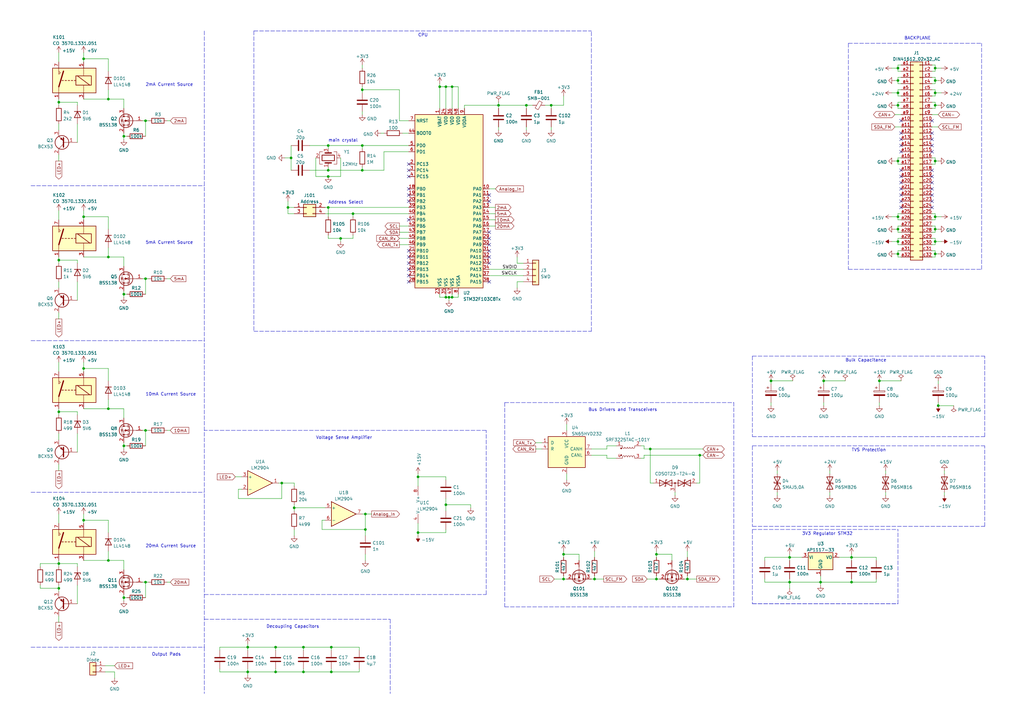
<source format=kicad_sch>
(kicad_sch (version 20211123) (generator eeschema)
  (paper "A3")
  (junction (at 368.3 38.1))
  (junction (at 124.46 265.43))
  (junction (at 139.7 97.79))
  (junction (at 134.62 85.09))
  (junction (at 149.86 217.17))
  (junction (at 44.45 229.87))
  (junction (at 59.69 49.53))
  (junction (at 24.13 231.14))
  (junction (at 59.69 238.76))
  (junction (at 134.62 69.85))
  (junction (at 50.8 55.88))
  (junction (at 44.45 40.64))
  (junction (at 269.24 237.49))
  (junction (at 34.29 24.13))
  (junction (at 59.69 176.53))
  (junction (at 180.34 35.56))
  (junction (at 59.69 114.3))
  (junction (at 44.45 167.64))
  (junction (at 383.54 27.94))
  (junction (at 269.24 227.33))
  (junction (at 148.59 69.85))
  (junction (at 24.13 41.91))
  (junction (at 185.42 121.92))
  (junction (at 182.88 121.92))
  (junction (at 171.45 195.58))
  (junction (at 349.25 228.6))
  (junction (at 360.68 156.21))
  (junction (at 118.11 85.09))
  (junction (at 316.23 156.21))
  (junction (at 24.13 168.91))
  (junction (at 368.3 104.14))
  (junction (at 323.85 238.76))
  (junction (at 50.8 182.88))
  (junction (at 149.86 210.82))
  (junction (at 44.45 105.41))
  (junction (at 383.54 38.1))
  (junction (at 185.42 35.56))
  (junction (at 113.03 265.43))
  (junction (at 383.54 43.18))
  (junction (at 368.3 99.06))
  (junction (at 119.38 64.77))
  (junction (at 120.65 208.28))
  (junction (at 349.25 238.76))
  (junction (at 287.02 186.69))
  (junction (at 171.45 218.44))
  (junction (at 368.3 66.04))
  (junction (at 135.89 275.59))
  (junction (at 336.55 238.76))
  (junction (at 182.88 35.56))
  (junction (at 184.15 121.92))
  (junction (at 134.62 59.69))
  (junction (at 50.8 120.65))
  (junction (at 24.13 106.68))
  (junction (at 215.9 43.18))
  (junction (at 34.29 151.13))
  (junction (at 323.85 228.6))
  (junction (at 368.3 33.02))
  (junction (at 50.8 245.11))
  (junction (at 124.46 275.59))
  (junction (at 226.06 43.18))
  (junction (at 383.54 99.06))
  (junction (at 182.88 207.01))
  (junction (at 368.3 88.9))
  (junction (at 231.14 237.49))
  (junction (at 135.89 265.43))
  (junction (at 34.29 88.9))
  (junction (at 281.94 237.49))
  (junction (at 204.47 43.18))
  (junction (at 231.14 227.33))
  (junction (at 383.54 88.9))
  (junction (at 148.59 36.83))
  (junction (at 337.82 156.21))
  (junction (at 101.6 275.59))
  (junction (at 383.54 93.98))
  (junction (at 113.03 275.59))
  (junction (at 144.78 87.63))
  (junction (at 134.62 72.39))
  (junction (at 148.59 59.69))
  (junction (at 34.29 213.36))
  (junction (at 24.13 241.3))
  (junction (at 368.3 93.98))
  (junction (at 243.84 237.49))
  (junction (at 383.54 104.14))
  (junction (at 384.81 166.37))
  (junction (at 115.57 198.12))
  (junction (at 383.54 66.04))
  (junction (at 383.54 33.02))
  (junction (at 368.3 27.94))
  (junction (at 368.3 43.18))
  (junction (at 266.7 184.15))
  (junction (at 101.6 265.43))
  (no_connect (at 369.57 62.23))
  (no_connect (at 369.57 77.47))
  (no_connect (at 167.64 72.39))
  (no_connect (at 382.27 72.39))
  (no_connect (at 369.57 80.01))
  (no_connect (at 382.27 80.01))
  (no_connect (at 382.27 82.55))
  (no_connect (at 369.57 85.09))
  (no_connect (at 167.64 67.31))
  (no_connect (at 369.57 74.93))
  (no_connect (at 382.27 74.93))
  (no_connect (at 369.57 72.39))
  (no_connect (at 200.66 95.25))
  (no_connect (at 167.64 80.01))
  (no_connect (at 167.64 110.49))
  (no_connect (at 382.27 49.53))
  (no_connect (at 382.27 57.15))
  (no_connect (at 369.57 54.61))
  (no_connect (at 382.27 62.23))
  (no_connect (at 200.66 115.57))
  (no_connect (at 167.64 90.17))
  (no_connect (at 382.27 54.61))
  (no_connect (at 369.57 57.15))
  (no_connect (at 200.66 80.01))
  (no_connect (at 382.27 85.09))
  (no_connect (at 167.64 69.85))
  (no_connect (at 167.64 102.87))
  (no_connect (at 369.57 49.53))
  (no_connect (at 369.57 82.55))
  (no_connect (at 167.64 113.03))
  (no_connect (at 200.66 107.95))
  (no_connect (at 200.66 97.79))
  (no_connect (at 167.64 77.47))
  (no_connect (at 167.64 107.95))
  (no_connect (at 167.64 82.55))
  (no_connect (at 369.57 59.69))
  (no_connect (at 167.64 115.57))
  (no_connect (at 382.27 59.69))
  (no_connect (at 369.57 69.85))
  (no_connect (at 200.66 105.41))
  (no_connect (at 167.64 105.41))
  (no_connect (at 200.66 82.55))
  (no_connect (at 382.27 77.47))
  (no_connect (at 200.66 102.87))
  (no_connect (at 200.66 100.33))
  (no_connect (at 382.27 69.85))
  (wire (pts (xy 368.3 41.91) (xy 369.57 41.91)))
  (wire (pts (xy 44.45 151.13) (xy 34.29 151.13)))
  (wire (pts (xy 135.89 265.43) (xy 135.89 266.7)))
  (polyline (pts (xy 300.99 248.92) (xy 300.99 165.1)))
  (wire (pts (xy 34.29 210.82) (xy 34.29 213.36)))
  (wire (pts (xy 359.41 228.6) (xy 349.25 228.6)))
  (polyline (pts (xy 308.61 146.05) (xy 403.86 146.05)))
  (wire (pts (xy 50.8 182.88) (xy 52.07 182.88)))
  (wire (pts (xy 156.21 54.61) (xy 157.48 54.61)))
  (polyline (pts (xy 347.98 110.49) (xy 402.59 110.49)))
  (wire (pts (xy 368.3 93.98) (xy 368.3 92.71)))
  (wire (pts (xy 212.09 105.41) (xy 212.09 107.95)))
  (wire (pts (xy 163.83 36.83) (xy 163.83 49.53)))
  (wire (pts (xy 59.69 114.3) (xy 59.69 120.65)))
  (wire (pts (xy 368.3 39.37) (xy 369.57 39.37)))
  (wire (pts (xy 344.17 228.6) (xy 349.25 228.6)))
  (polyline (pts (xy 12.7 76.2) (xy 83.82 76.2)))
  (wire (pts (xy 215.9 43.18) (xy 218.44 43.18)))
  (wire (pts (xy 323.85 237.49) (xy 323.85 238.76)))
  (wire (pts (xy 200.66 92.71) (xy 203.2 92.71)))
  (wire (pts (xy 349.25 238.76) (xy 359.41 238.76)))
  (wire (pts (xy 34.29 229.87) (xy 44.45 229.87)))
  (wire (pts (xy 44.45 213.36) (xy 34.29 213.36)))
  (wire (pts (xy 68.58 238.76) (xy 69.85 238.76)))
  (wire (pts (xy 97.79 200.66) (xy 97.79 204.47)))
  (wire (pts (xy 269.24 226.06) (xy 269.24 227.33)))
  (wire (pts (xy 368.3 100.33) (xy 369.57 100.33)))
  (wire (pts (xy 59.69 238.76) (xy 60.96 238.76)))
  (wire (pts (xy 232.41 194.31) (xy 232.41 196.85)))
  (polyline (pts (xy 368.3 247.65) (xy 368.3 217.17)))
  (wire (pts (xy 316.23 165.1) (xy 316.23 166.37)))
  (polyline (pts (xy 12.7 201.93) (xy 83.82 201.93)))
  (wire (pts (xy 58.42 49.53) (xy 59.69 49.53)))
  (wire (pts (xy 44.45 101.6) (xy 44.45 105.41)))
  (wire (pts (xy 16.51 240.03) (xy 16.51 241.3)))
  (polyline (pts (xy 308.61 247.65) (xy 368.3 247.65)))
  (wire (pts (xy 383.54 43.18) (xy 384.81 43.18)))
  (wire (pts (xy 185.42 35.56) (xy 185.42 44.45)))
  (wire (pts (xy 182.88 35.56) (xy 180.34 35.56)))
  (wire (pts (xy 365.76 38.1) (xy 368.3 38.1)))
  (wire (pts (xy 50.8 245.11) (xy 52.07 245.11)))
  (wire (pts (xy 144.78 87.63) (xy 144.78 88.9)))
  (wire (pts (xy 24.13 43.18) (xy 24.13 41.91)))
  (wire (pts (xy 190.5 43.18) (xy 204.47 43.18)))
  (wire (pts (xy 120.65 198.12) (xy 115.57 198.12)))
  (wire (pts (xy 359.41 229.87) (xy 359.41 228.6)))
  (wire (pts (xy 144.78 87.63) (xy 167.64 87.63)))
  (wire (pts (xy 215.9 44.45) (xy 215.9 43.18)))
  (wire (pts (xy 231.14 43.18) (xy 226.06 43.18)))
  (wire (pts (xy 34.29 40.64) (xy 44.45 40.64)))
  (wire (pts (xy 34.29 21.59) (xy 34.29 24.13)))
  (polyline (pts (xy 403.86 179.07) (xy 403.86 146.05)))
  (wire (pts (xy 34.29 213.36) (xy 34.29 214.63)))
  (polyline (pts (xy 308.61 247.65) (xy 368.3 247.65)))
  (wire (pts (xy 134.62 85.09) (xy 134.62 88.9)))
  (wire (pts (xy 383.54 99.06) (xy 386.08 99.06)))
  (wire (pts (xy 369.57 26.67) (xy 368.3 26.67)))
  (wire (pts (xy 34.29 24.13) (xy 34.29 25.4)))
  (wire (pts (xy 212.09 107.95) (xy 214.63 107.95)))
  (wire (pts (xy 44.45 218.44) (xy 44.45 213.36)))
  (wire (pts (xy 134.62 97.79) (xy 139.7 97.79)))
  (wire (pts (xy 148.59 68.58) (xy 148.59 69.85)))
  (wire (pts (xy 24.13 210.82) (xy 24.13 214.63)))
  (wire (pts (xy 383.54 104.14) (xy 383.54 105.41)))
  (polyline (pts (xy 83.82 12.7) (xy 83.82 265.43)))
  (wire (pts (xy 384.81 165.1) (xy 384.81 166.37)))
  (wire (pts (xy 384.81 166.37) (xy 391.16 166.37)))
  (wire (pts (xy 24.13 105.41) (xy 24.13 106.68)))
  (wire (pts (xy 383.54 87.63) (xy 383.54 88.9)))
  (wire (pts (xy 266.7 184.15) (xy 266.7 198.12)))
  (wire (pts (xy 187.96 35.56) (xy 185.42 35.56)))
  (wire (pts (xy 58.42 176.53) (xy 59.69 176.53)))
  (wire (pts (xy 369.57 87.63) (xy 368.3 87.63)))
  (wire (pts (xy 58.42 238.76) (xy 59.69 238.76)))
  (wire (pts (xy 171.45 195.58) (xy 182.88 195.58)))
  (wire (pts (xy 200.66 113.03) (xy 214.63 113.03)))
  (wire (pts (xy 337.82 156.21) (xy 337.82 157.48)))
  (wire (pts (xy 383.54 105.41) (xy 382.27 105.41)))
  (wire (pts (xy 182.88 195.58) (xy 182.88 196.85)))
  (wire (pts (xy 226.06 52.07) (xy 226.06 53.34)))
  (wire (pts (xy 50.8 55.88) (xy 52.07 55.88)))
  (wire (pts (xy 363.22 201.93) (xy 363.22 203.2)))
  (wire (pts (xy 185.42 121.92) (xy 187.96 121.92)))
  (wire (pts (xy 368.3 44.45) (xy 368.3 43.18)))
  (wire (pts (xy 182.88 204.47) (xy 182.88 207.01)))
  (wire (pts (xy 368.3 67.31) (xy 368.3 66.04)))
  (wire (pts (xy 120.65 85.09) (xy 118.11 85.09)))
  (wire (pts (xy 50.8 40.64) (xy 50.8 44.45)))
  (wire (pts (xy 383.54 93.98) (xy 383.54 95.25)))
  (wire (pts (xy 248.92 184.15) (xy 248.92 182.88)))
  (wire (pts (xy 367.03 33.02) (xy 368.3 33.02)))
  (wire (pts (xy 59.69 238.76) (xy 59.69 245.11)))
  (wire (pts (xy 46.99 275.59) (xy 46.99 278.13)))
  (wire (pts (xy 281.94 237.49) (xy 285.75 237.49)))
  (polyline (pts (xy 83.82 243.84) (xy 199.39 243.84)))
  (wire (pts (xy 24.13 115.57) (xy 24.13 118.11)))
  (wire (pts (xy 323.85 228.6) (xy 313.69 228.6)))
  (wire (pts (xy 383.54 88.9) (xy 383.54 90.17)))
  (wire (pts (xy 24.13 231.14) (xy 16.51 231.14)))
  (wire (pts (xy 281.94 237.49) (xy 280.67 237.49)))
  (wire (pts (xy 383.54 27.94) (xy 383.54 26.67)))
  (wire (pts (xy 383.54 29.21) (xy 383.54 27.94)))
  (polyline (pts (xy 207.01 165.1) (xy 300.99 165.1)))
  (wire (pts (xy 323.85 238.76) (xy 336.55 238.76)))
  (wire (pts (xy 382.27 31.75) (xy 383.54 31.75)))
  (wire (pts (xy 101.6 264.16) (xy 101.6 265.43)))
  (wire (pts (xy 368.3 87.63) (xy 368.3 88.9)))
  (wire (pts (xy 50.8 54.61) (xy 50.8 55.88)))
  (wire (pts (xy 24.13 168.91) (xy 31.75 168.91)))
  (wire (pts (xy 180.34 35.56) (xy 180.34 44.45)))
  (wire (pts (xy 262.89 187.96) (xy 264.16 187.96)))
  (wire (pts (xy 132.08 217.17) (xy 132.08 213.36)))
  (wire (pts (xy 337.82 165.1) (xy 337.82 166.37)))
  (wire (pts (xy 180.34 34.29) (xy 180.34 35.56)))
  (polyline (pts (xy 160.02 254) (xy 160.02 284.48)))
  (wire (pts (xy 31.75 115.57) (xy 31.75 123.19)))
  (wire (pts (xy 316.23 156.21) (xy 316.23 157.48)))
  (wire (pts (xy 382.27 41.91) (xy 383.54 41.91)))
  (wire (pts (xy 171.45 195.58) (xy 171.45 199.39)))
  (wire (pts (xy 248.92 186.69) (xy 248.92 187.96)))
  (wire (pts (xy 182.88 35.56) (xy 182.88 44.45)))
  (wire (pts (xy 24.13 86.36) (xy 24.13 90.17)))
  (wire (pts (xy 187.96 35.56) (xy 187.96 44.45)))
  (wire (pts (xy 200.66 90.17) (xy 203.2 90.17)))
  (wire (pts (xy 118.11 82.55) (xy 118.11 85.09)))
  (wire (pts (xy 193.04 207.01) (xy 193.04 208.28)))
  (wire (pts (xy 147.32 274.32) (xy 147.32 275.59)))
  (polyline (pts (xy 308.61 217.17) (xy 308.61 247.65)))
  (wire (pts (xy 171.45 218.44) (xy 171.45 219.71)))
  (wire (pts (xy 368.3 92.71) (xy 369.57 92.71)))
  (wire (pts (xy 50.8 120.65) (xy 52.07 120.65)))
  (wire (pts (xy 368.3 88.9) (xy 368.3 90.17)))
  (wire (pts (xy 50.8 245.11) (xy 50.8 246.38)))
  (polyline (pts (xy 347.98 17.78) (xy 347.98 110.49)))
  (wire (pts (xy 266.7 184.15) (xy 288.29 184.15)))
  (wire (pts (xy 163.83 92.71) (xy 167.64 92.71)))
  (wire (pts (xy 368.3 105.41) (xy 368.3 104.14)))
  (wire (pts (xy 148.59 59.69) (xy 167.64 59.69)))
  (wire (pts (xy 383.54 66.04) (xy 383.54 64.77)))
  (wire (pts (xy 369.57 95.25) (xy 368.3 95.25)))
  (wire (pts (xy 265.43 237.49) (xy 269.24 237.49)))
  (wire (pts (xy 24.13 63.5) (xy 24.13 66.04)))
  (wire (pts (xy 68.58 176.53) (xy 69.85 176.53)))
  (wire (pts (xy 383.54 34.29) (xy 382.27 34.29)))
  (wire (pts (xy 44.45 156.21) (xy 44.45 151.13)))
  (polyline (pts (xy 308.61 215.9) (xy 403.86 215.9)))
  (wire (pts (xy 264.16 186.69) (xy 287.02 186.69)))
  (wire (pts (xy 31.75 50.8) (xy 31.75 58.42)))
  (wire (pts (xy 147.32 275.59) (xy 135.89 275.59)))
  (wire (pts (xy 200.66 85.09) (xy 203.2 85.09)))
  (wire (pts (xy 163.83 95.25) (xy 167.64 95.25)))
  (wire (pts (xy 31.75 168.91) (xy 31.75 170.18)))
  (wire (pts (xy 383.54 102.87) (xy 383.54 104.14)))
  (wire (pts (xy 287.02 186.69) (xy 288.29 186.69)))
  (wire (pts (xy 369.57 97.79) (xy 368.3 97.79)))
  (wire (pts (xy 367.03 66.04) (xy 368.3 66.04)))
  (wire (pts (xy 368.3 66.04) (xy 368.3 64.77)))
  (wire (pts (xy 139.7 72.39) (xy 134.62 72.39)))
  (wire (pts (xy 368.3 102.87) (xy 369.57 102.87)))
  (wire (pts (xy 237.49 227.33) (xy 231.14 227.33)))
  (wire (pts (xy 24.13 190.5) (xy 24.13 193.04)))
  (wire (pts (xy 59.69 114.3) (xy 60.96 114.3)))
  (wire (pts (xy 368.3 43.18) (xy 368.3 41.91)))
  (wire (pts (xy 148.59 210.82) (xy 149.86 210.82)))
  (wire (pts (xy 231.14 227.33) (xy 231.14 228.6)))
  (wire (pts (xy 184.15 121.92) (xy 184.15 123.19)))
  (wire (pts (xy 287.02 198.12) (xy 287.02 186.69)))
  (wire (pts (xy 149.86 227.33) (xy 149.86 229.87)))
  (wire (pts (xy 120.65 208.28) (xy 133.35 208.28)))
  (polyline (pts (xy 403.86 215.9) (xy 403.86 182.88)))
  (wire (pts (xy 231.14 226.06) (xy 231.14 227.33)))
  (wire (pts (xy 59.69 176.53) (xy 60.96 176.53)))
  (wire (pts (xy 367.03 93.98) (xy 368.3 93.98)))
  (wire (pts (xy 243.84 226.06) (xy 243.84 228.6)))
  (wire (pts (xy 383.54 33.02) (xy 384.81 33.02)))
  (wire (pts (xy 369.57 44.45) (xy 368.3 44.45)))
  (wire (pts (xy 323.85 228.6) (xy 323.85 229.87)))
  (wire (pts (xy 368.3 97.79) (xy 368.3 99.06)))
  (polyline (pts (xy 308.61 146.05) (xy 308.61 179.07)))
  (wire (pts (xy 34.29 167.64) (xy 44.45 167.64)))
  (wire (pts (xy 382.27 29.21) (xy 383.54 29.21)))
  (wire (pts (xy 369.57 34.29) (xy 368.3 34.29)))
  (wire (pts (xy 167.64 62.23) (xy 157.48 62.23)))
  (polyline (pts (xy 83.82 265.43) (xy 83.82 284.48)))
  (wire (pts (xy 276.86 201.93) (xy 276.86 203.2)))
  (wire (pts (xy 120.65 217.17) (xy 120.65 219.71)))
  (wire (pts (xy 50.8 243.84) (xy 50.8 245.11)))
  (wire (pts (xy 50.8 229.87) (xy 50.8 233.68)))
  (wire (pts (xy 16.51 241.3) (xy 24.13 241.3)))
  (wire (pts (xy 248.92 187.96) (xy 252.73 187.96)))
  (wire (pts (xy 148.59 26.67) (xy 148.59 27.94)))
  (wire (pts (xy 157.48 62.23) (xy 157.48 69.85)))
  (wire (pts (xy 134.62 68.58) (xy 134.62 69.85)))
  (wire (pts (xy 318.77 201.93) (xy 318.77 203.2)))
  (wire (pts (xy 316.23 156.21) (xy 325.12 156.21)))
  (wire (pts (xy 382.27 102.87) (xy 383.54 102.87)))
  (wire (pts (xy 97.79 204.47) (xy 115.57 204.47)))
  (wire (pts (xy 336.55 238.76) (xy 349.25 238.76)))
  (wire (pts (xy 31.75 41.91) (xy 31.75 43.18)))
  (wire (pts (xy 163.83 49.53) (xy 167.64 49.53)))
  (wire (pts (xy 148.59 59.69) (xy 148.59 60.96)))
  (wire (pts (xy 120.65 208.28) (xy 120.65 209.55)))
  (wire (pts (xy 231.14 39.37) (xy 231.14 43.18)))
  (wire (pts (xy 59.69 176.53) (xy 59.69 182.88)))
  (wire (pts (xy 281.94 236.22) (xy 281.94 237.49)))
  (wire (pts (xy 365.76 99.06) (xy 368.3 99.06)))
  (wire (pts (xy 212.09 115.57) (xy 214.63 115.57)))
  (wire (pts (xy 24.13 232.41) (xy 24.13 231.14)))
  (wire (pts (xy 171.45 214.63) (xy 171.45 218.44)))
  (wire (pts (xy 383.54 44.45) (xy 382.27 44.45)))
  (wire (pts (xy 382.27 87.63) (xy 383.54 87.63)))
  (wire (pts (xy 31.75 177.8) (xy 31.75 185.42)))
  (wire (pts (xy 269.24 236.22) (xy 269.24 237.49)))
  (wire (pts (xy 382.27 52.07) (xy 384.81 52.07)))
  (wire (pts (xy 34.29 148.59) (xy 34.29 151.13)))
  (wire (pts (xy 120.65 87.63) (xy 118.11 87.63)))
  (wire (pts (xy 44.45 88.9) (xy 34.29 88.9)))
  (wire (pts (xy 101.6 275.59) (xy 101.6 276.86)))
  (wire (pts (xy 24.13 128.27) (xy 24.13 130.81)))
  (wire (pts (xy 34.29 86.36) (xy 34.29 88.9)))
  (wire (pts (xy 365.76 27.94) (xy 368.3 27.94)))
  (wire (pts (xy 383.54 38.1) (xy 383.54 39.37)))
  (wire (pts (xy 115.57 204.47) (xy 115.57 198.12)))
  (wire (pts (xy 367.03 43.18) (xy 368.3 43.18)))
  (wire (pts (xy 349.25 237.49) (xy 349.25 238.76)))
  (wire (pts (xy 115.57 198.12) (xy 114.3 198.12)))
  (wire (pts (xy 180.34 120.65) (xy 180.34 121.92)))
  (wire (pts (xy 360.68 156.21) (xy 369.57 156.21)))
  (wire (pts (xy 382.27 90.17) (xy 383.54 90.17)))
  (wire (pts (xy 44.45 226.06) (xy 44.45 229.87)))
  (wire (pts (xy 264.16 184.15) (xy 266.7 184.15)))
  (wire (pts (xy 165.1 54.61) (xy 167.64 54.61)))
  (wire (pts (xy 59.69 49.53) (xy 59.69 55.88)))
  (wire (pts (xy 264.16 182.88) (xy 264.16 184.15)))
  (wire (pts (xy 383.54 93.98) (xy 384.81 93.98)))
  (wire (pts (xy 116.84 64.77) (xy 119.38 64.77)))
  (wire (pts (xy 383.54 99.06) (xy 383.54 100.33)))
  (wire (pts (xy 242.57 186.69) (xy 248.92 186.69)))
  (wire (pts (xy 44.45 93.98) (xy 44.45 88.9)))
  (wire (pts (xy 337.82 156.21) (xy 346.71 156.21)))
  (wire (pts (xy 383.54 67.31) (xy 383.54 66.04)))
  (wire (pts (xy 134.62 59.69) (xy 127 59.69)))
  (wire (pts (xy 285.75 198.12) (xy 287.02 198.12)))
  (wire (pts (xy 383.54 104.14) (xy 384.81 104.14)))
  (wire (pts (xy 24.13 21.59) (xy 24.13 25.4)))
  (wire (pts (xy 242.57 184.15) (xy 248.92 184.15)))
  (wire (pts (xy 24.13 107.95) (xy 24.13 106.68)))
  (wire (pts (xy 24.13 40.64) (xy 24.13 41.91)))
  (polyline (pts (xy 12.7 265.43) (xy 83.82 265.43)))
  (wire (pts (xy 129.54 64.77) (xy 129.54 72.39)))
  (polyline (pts (xy 207.01 248.92) (xy 300.99 248.92)))
  (wire (pts (xy 384.81 156.21) (xy 384.81 157.48)))
  (wire (pts (xy 134.62 96.52) (xy 134.62 97.79)))
  (wire (pts (xy 34.29 88.9) (xy 34.29 90.17)))
  (wire (pts (xy 318.77 193.04) (xy 318.77 194.31)))
  (wire (pts (xy 359.41 238.76) (xy 359.41 237.49)))
  (wire (pts (xy 382.27 39.37) (xy 383.54 39.37)))
  (wire (pts (xy 187.96 121.92) (xy 187.96 120.65)))
  (wire (pts (xy 243.84 237.49) (xy 247.65 237.49)))
  (wire (pts (xy 68.58 114.3) (xy 69.85 114.3)))
  (wire (pts (xy 387.35 193.04) (xy 387.35 194.31)))
  (wire (pts (xy 101.6 265.43) (xy 90.17 265.43)))
  (wire (pts (xy 212.09 118.11) (xy 212.09 115.57)))
  (wire (pts (xy 182.88 121.92) (xy 184.15 121.92)))
  (wire (pts (xy 226.06 43.18) (xy 226.06 44.45)))
  (wire (pts (xy 382.27 92.71) (xy 383.54 92.71)))
  (wire (pts (xy 50.8 55.88) (xy 50.8 57.15)))
  (wire (pts (xy 43.18 273.05) (xy 46.99 273.05)))
  (wire (pts (xy 31.75 106.68) (xy 31.75 107.95)))
  (wire (pts (xy 383.54 95.25) (xy 382.27 95.25)))
  (polyline (pts (xy 308.61 217.17) (xy 368.3 217.17)))
  (wire (pts (xy 227.33 237.49) (xy 231.14 237.49)))
  (wire (pts (xy 180.34 121.92) (xy 182.88 121.92)))
  (wire (pts (xy 204.47 52.07) (xy 204.47 53.34)))
  (wire (pts (xy 50.8 120.65) (xy 50.8 121.92)))
  (wire (pts (xy 360.68 165.1) (xy 360.68 166.37)))
  (wire (pts (xy 204.47 41.91) (xy 204.47 43.18)))
  (wire (pts (xy 368.3 36.83) (xy 368.3 38.1)))
  (wire (pts (xy 148.59 59.69) (xy 134.62 59.69)))
  (polyline (pts (xy 308.61 182.88) (xy 308.61 215.9)))
  (wire (pts (xy 368.3 31.75) (xy 369.57 31.75)))
  (wire (pts (xy 59.69 49.53) (xy 60.96 49.53)))
  (wire (pts (xy 119.38 59.69) (xy 119.38 64.77)))
  (wire (pts (xy 113.03 265.43) (xy 113.03 266.7)))
  (wire (pts (xy 163.83 97.79) (xy 167.64 97.79)))
  (polyline (pts (xy 12.7 139.7) (xy 83.82 139.7)))
  (wire (pts (xy 313.69 228.6) (xy 313.69 229.87)))
  (wire (pts (xy 323.85 227.33) (xy 323.85 228.6)))
  (wire (pts (xy 368.3 104.14) (xy 368.3 102.87)))
  (wire (pts (xy 382.27 100.33) (xy 383.54 100.33)))
  (wire (pts (xy 269.24 237.49) (xy 270.51 237.49)))
  (wire (pts (xy 182.88 120.65) (xy 182.88 121.92)))
  (wire (pts (xy 119.38 64.77) (xy 119.38 69.85)))
  (wire (pts (xy 382.27 97.79) (xy 383.54 97.79)))
  (wire (pts (xy 101.6 265.43) (xy 113.03 265.43)))
  (wire (pts (xy 139.7 97.79) (xy 139.7 99.06)))
  (wire (pts (xy 24.13 177.8) (xy 24.13 180.34)))
  (wire (pts (xy 219.71 184.15) (xy 222.25 184.15)))
  (wire (pts (xy 31.75 231.14) (xy 31.75 232.41)))
  (polyline (pts (xy 242.57 135.89) (xy 242.57 12.7)))
  (wire (pts (xy 132.08 213.36) (xy 133.35 213.36)))
  (wire (pts (xy 24.13 148.59) (xy 24.13 152.4)))
  (polyline (pts (xy 199.39 176.53) (xy 83.82 176.53)))
  (polyline (pts (xy 199.39 243.84) (xy 199.39 176.53)))
  (wire (pts (xy 24.13 106.68) (xy 31.75 106.68)))
  (wire (pts (xy 124.46 275.59) (xy 113.03 275.59)))
  (wire (pts (xy 368.3 26.67) (xy 368.3 27.94)))
  (wire (pts (xy 134.62 59.69) (xy 134.62 60.96)))
  (wire (pts (xy 368.3 33.02) (xy 368.3 31.75)))
  (wire (pts (xy 113.03 265.43) (xy 124.46 265.43)))
  (wire (pts (xy 369.57 36.83) (xy 368.3 36.83)))
  (wire (pts (xy 182.88 207.01) (xy 182.88 209.55)))
  (wire (pts (xy 50.8 167.64) (xy 50.8 171.45)))
  (wire (pts (xy 382.27 26.67) (xy 383.54 26.67)))
  (wire (pts (xy 96.52 195.58) (xy 99.06 195.58)))
  (wire (pts (xy 139.7 97.79) (xy 144.78 97.79)))
  (wire (pts (xy 383.54 33.02) (xy 383.54 34.29)))
  (wire (pts (xy 133.35 87.63) (xy 144.78 87.63)))
  (wire (pts (xy 383.54 36.83) (xy 383.54 38.1)))
  (polyline (pts (xy 402.59 110.49) (xy 402.59 17.78)))
  (wire (pts (xy 269.24 227.33) (xy 269.24 228.6)))
  (wire (pts (xy 313.69 238.76) (xy 323.85 238.76)))
  (wire (pts (xy 24.13 170.18) (xy 24.13 168.91)))
  (wire (pts (xy 34.29 105.41) (xy 44.45 105.41)))
  (wire (pts (xy 262.89 182.88) (xy 264.16 182.88)))
  (wire (pts (xy 367.03 46.99) (xy 369.57 46.99)))
  (wire (pts (xy 248.92 182.88) (xy 252.73 182.88)))
  (wire (pts (xy 382.27 67.31) (xy 383.54 67.31)))
  (wire (pts (xy 365.76 88.9) (xy 368.3 88.9)))
  (polyline (pts (xy 104.14 135.89) (xy 242.57 135.89)))
  (wire (pts (xy 148.59 35.56) (xy 148.59 36.83)))
  (wire (pts (xy 204.47 43.18) (xy 204.47 44.45)))
  (wire (pts (xy 148.59 45.72) (xy 148.59 46.99)))
  (wire (pts (xy 243.84 236.22) (xy 243.84 237.49)))
  (wire (pts (xy 50.8 182.88) (xy 50.8 184.15)))
  (wire (pts (xy 124.46 265.43) (xy 124.46 266.7)))
  (wire (pts (xy 44.45 29.21) (xy 44.45 24.13)))
  (wire (pts (xy 144.78 97.79) (xy 144.78 96.52)))
  (wire (pts (xy 147.32 265.43) (xy 147.32 266.7)))
  (wire (pts (xy 190.5 43.18) (xy 190.5 44.45)))
  (wire (pts (xy 148.59 36.83) (xy 148.59 38.1)))
  (wire (pts (xy 219.71 181.61) (xy 222.25 181.61)))
  (wire (pts (xy 369.57 67.31) (xy 368.3 67.31)))
  (wire (pts (xy 383.54 97.79) (xy 383.54 99.06)))
  (wire (pts (xy 90.17 265.43) (xy 90.17 266.7)))
  (wire (pts (xy 237.49 229.87) (xy 237.49 227.33)))
  (wire (pts (xy 383.54 64.77) (xy 382.27 64.77)))
  (wire (pts (xy 44.45 24.13) (xy 34.29 24.13)))
  (wire (pts (xy 139.7 64.77) (xy 139.7 72.39)))
  (wire (pts (xy 323.85 238.76) (xy 323.85 241.3)))
  (wire (pts (xy 360.68 156.21) (xy 360.68 157.48)))
  (wire (pts (xy 182.88 207.01) (xy 193.04 207.01)))
  (wire (pts (xy 135.89 275.59) (xy 124.46 275.59)))
  (wire (pts (xy 368.3 99.06) (xy 368.3 100.33)))
  (wire (pts (xy 243.84 237.49) (xy 242.57 237.49)))
  (wire (pts (xy 24.13 241.3) (xy 24.13 242.57)))
  (wire (pts (xy 383.54 38.1) (xy 386.08 38.1)))
  (wire (pts (xy 368.3 64.77) (xy 369.57 64.77)))
  (wire (pts (xy 101.6 275.59) (xy 113.03 275.59)))
  (wire (pts (xy 134.62 85.09) (xy 167.64 85.09)))
  (wire (pts (xy 24.13 41.91) (xy 31.75 41.91)))
  (polyline (pts (xy 347.98 17.78) (xy 402.59 17.78)))
  (wire (pts (xy 363.22 193.04) (xy 363.22 194.31)))
  (wire (pts (xy 44.45 229.87) (xy 50.8 229.87)))
  (wire (pts (xy 43.18 275.59) (xy 46.99 275.59)))
  (wire (pts (xy 369.57 105.41) (xy 368.3 105.41)))
  (wire (pts (xy 50.8 119.38) (xy 50.8 120.65)))
  (wire (pts (xy 267.97 198.12) (xy 266.7 198.12)))
  (wire (pts (xy 340.36 201.93) (xy 340.36 203.2)))
  (wire (pts (xy 171.45 194.31) (xy 171.45 195.58)))
  (wire (pts (xy 231.14 237.49) (xy 232.41 237.49)))
  (wire (pts (xy 275.59 229.87) (xy 275.59 227.33)))
  (wire (pts (xy 383.54 41.91) (xy 383.54 43.18)))
  (wire (pts (xy 382.27 36.83) (xy 383.54 36.83)))
  (wire (pts (xy 383.54 27.94) (xy 386.08 27.94)))
  (wire (pts (xy 24.13 50.8) (xy 24.13 53.34)))
  (wire (pts (xy 275.59 227.33) (xy 269.24 227.33)))
  (wire (pts (xy 50.8 181.61) (xy 50.8 182.88)))
  (wire (pts (xy 185.42 35.56) (xy 182.88 35.56)))
  (wire (pts (xy 50.8 105.41) (xy 50.8 109.22)))
  (wire (pts (xy 24.13 240.03) (xy 24.13 241.3)))
  (wire (pts (xy 336.55 236.22) (xy 336.55 238.76)))
  (wire (pts (xy 163.83 100.33) (xy 167.64 100.33)))
  (wire (pts (xy 34.29 151.13) (xy 34.29 152.4)))
  (wire (pts (xy 231.14 236.22) (xy 231.14 237.49)))
  (wire (pts (xy 281.94 226.06) (xy 281.94 228.6)))
  (wire (pts (xy 99.06 200.66) (xy 97.79 200.66)))
  (wire (pts (xy 182.88 218.44) (xy 171.45 218.44)))
  (wire (pts (xy 383.54 43.18) (xy 383.54 44.45)))
  (wire (pts (xy 223.52 43.18) (xy 226.06 43.18)))
  (wire (pts (xy 368.3 27.94) (xy 368.3 29.21)))
  (wire (pts (xy 215.9 43.18) (xy 204.47 43.18)))
  (wire (pts (xy 383.54 88.9) (xy 386.08 88.9)))
  (wire (pts (xy 336.55 238.76) (xy 336.55 240.03)))
  (wire (pts (xy 328.93 228.6) (xy 323.85 228.6)))
  (wire (pts (xy 90.17 275.59) (xy 101.6 275.59)))
  (wire (pts (xy 313.69 237.49) (xy 313.69 238.76)))
  (wire (pts (xy 184.15 121.92) (xy 185.42 121.92)))
  (wire (pts (xy 157.48 69.85) (xy 148.59 69.85)))
  (wire (pts (xy 148.59 36.83) (xy 163.83 36.83)))
  (wire (pts (xy 44.45 105.41) (xy 50.8 105.41)))
  (wire (pts (xy 200.66 77.47) (xy 203.2 77.47)))
  (wire (pts (xy 120.65 199.39) (xy 120.65 198.12)))
  (wire (pts (xy 383.54 66.04) (xy 384.81 66.04)))
  (wire (pts (xy 368.3 34.29) (xy 368.3 33.02)))
  (polyline (pts (xy 83.82 254) (xy 160.02 254)))
  (wire (pts (xy 113.03 275.59) (xy 113.03 274.32)))
  (wire (pts (xy 101.6 274.32) (xy 101.6 275.59)))
  (wire (pts (xy 124.46 274.32) (xy 124.46 275.59)))
  (wire (pts (xy 349.25 228.6) (xy 349.25 229.87)))
  (wire (pts (xy 264.16 187.96) (xy 264.16 186.69)))
  (wire (pts (xy 133.35 85.09) (xy 134.62 85.09)))
  (polyline (pts (xy 104.14 12.7) (xy 104.14 135.89)))
  (wire (pts (xy 368.3 38.1) (xy 368.3 39.37)))
  (wire (pts (xy 200.66 110.49) (xy 214.63 110.49)))
  (wire (pts (xy 24.13 167.64) (xy 24.13 168.91)))
  (polyline (pts (xy 308.61 182.88) (xy 403.86 182.88)))
  (wire (pts (xy 120.65 207.01) (xy 120.65 208.28)))
  (wire (pts (xy 90.17 274.32) (xy 90.17 275.59)))
  (wire (pts (xy 382.27 46.99) (xy 384.81 46.99)))
  (wire (pts (xy 24.13 229.87) (xy 24.13 231.14)))
  (wire (pts (xy 58.42 114.3) (xy 59.69 114.3)))
  (wire (pts (xy 31.75 240.03) (xy 31.75 247.65)))
  (wire (pts (xy 215.9 52.07) (xy 215.9 53.34)))
  (wire (pts (xy 124.46 265.43) (xy 135.89 265.43)))
  (wire (pts (xy 383.54 92.71) (xy 383.54 93.98)))
  (wire (pts (xy 134.62 69.85) (xy 148.59 69.85)))
  (wire (pts (xy 44.45 40.64) (xy 50.8 40.64)))
  (wire (pts (xy 383.54 31.75) (xy 383.54 33.02)))
  (wire (pts (xy 387.35 201.93) (xy 387.35 203.2)))
  (wire (pts (xy 368.3 95.25) (xy 368.3 93.98)))
  (wire (pts (xy 232.41 173.99) (xy 232.41 176.53)))
  (wire (pts (xy 367.03 52.07) (xy 369.57 52.07)))
  (wire (pts (xy 149.86 210.82) (xy 149.86 217.17)))
  (wire (pts (xy 44.45 167.64) (xy 50.8 167.64)))
  (wire (pts (xy 24.13 231.14) (xy 31.75 231.14)))
  (wire (pts (xy 367.03 104.14) (xy 368.3 104.14)))
  (wire (pts (xy 68.58 49.53) (xy 69.85 49.53)))
  (polyline (pts (xy 104.14 12.7) (xy 242.57 12.7)))
  (wire (pts (xy 127 69.85) (xy 134.62 69.85)))
  (wire (pts (xy 24.13 252.73) (xy 24.13 255.27)))
  (wire (pts (xy 149.86 217.17) (xy 132.08 217.17)))
  (polyline (pts (xy 207.01 165.1) (xy 207.01 248.92)))
  (wire (pts (xy 349.25 228.6) (xy 349.25 227.33)))
  (wire (pts (xy 149.86 217.17) (xy 149.86 219.71)))
  (polyline (pts (xy 308.61 179.07) (xy 403.86 179.07)))
  (wire (pts (xy 182.88 217.17) (xy 182.88 218.44)))
  (wire (pts (xy 135.89 274.32) (xy 135.89 275.59)))
  (wire (pts (xy 200.66 87.63) (xy 203.2 87.63)))
  (wire (pts (xy 118.11 85.09) (xy 118.11 87.63)))
  (wire (pts (xy 129.54 72.39) (xy 134.62 72.39)))
  (wire (pts (xy 185.42 120.65) (xy 185.42 121.92)))
  (wire (pts (xy 101.6 265.43) (xy 101.6 266.7)))
  (wire (pts (xy 369.57 90.17) (xy 368.3 90.17)))
  (wire (pts (xy 149.86 210.82) (xy 152.4 210.82)))
  (wire (pts (xy 135.89 265.43) (xy 147.32 265.43)))
  (wire (pts (xy 16.51 231.14) (xy 16.51 232.41)))
  (wire (pts (xy 368.3 29.21) (xy 369.57 29.21)))
  (wire (pts (xy 340.36 193.04) (xy 340.36 194.31)))
  (wire (pts (xy 44.45 163.83) (xy 44.45 167.64)))
  (wire (pts (xy 44.45 36.83) (xy 44.45 40.64)))
  (text "2mA Current Source" (at 59.69 35.56 0) (effects (font (size 1.27 1.27)) (justify left bottom)))
  (text "10mA Current Source" (at 59.69 162.56 0) (effects (font (size 1.27 1.27)) (justify left bottom)))
  (text "Decoupling Capacitors" (at 109.22 257.81 0) (effects (font (size 1.27 1.27)) (justify left bottom)))
  (text "TVS Protection\n" (at 349.25 185.42 0) (effects (font (size 1.27 1.27)) (justify left bottom)))
  (text "3V3 Regulator STM32" (at 328.93 219.71 0) (effects (font (size 1.27 1.27)) (justify left bottom)))
  (text "Output Pads" (at 62.23 269.24 0) (effects (font (size 1.27 1.27)) (justify left bottom)))
  (text "main crystal" (at 134.62 58.42 0) (effects (font (size 1.27 1.27)) (justify left bottom)))
  (text "20mA Current Source" (at 59.69 224.79 0) (effects (font (size 1.27 1.27)) (justify left bottom)))
  (text "Address Select" (at 134.62 83.82 0) (effects (font (size 1.27 1.27)) (justify left bottom)))
  (text "CPU" (at 171.45 15.24 0) (effects (font (size 1.27 1.27)) (justify left bottom)))
  (text "BACKPLANE" (at 370.84 16.51 0) (effects (font (size 1.27 1.27)) (justify left bottom)))
  (text "Bus Drivers and Transceivers" (at 241.3 168.91 0) (effects (font (size 1.27 1.27)) (justify left bottom)))
  (text "Bulk Capacitance" (at 346.71 148.59 0) (effects (font (size 1.27 1.27)) (justify left bottom)))
  (text "5mA Current Source" (at 59.69 100.33 0) (effects (font (size 1.27 1.27)) (justify left bottom)))
  (text "Voltage Sense Amplifier" (at 129.54 180.34 0) (effects (font (size 1.27 1.27)) (justify left bottom)))
  (label "SWCLK" (at 212.09 113.03 180))
  (label "SWDIO" (at 212.09 110.49 180))
  (global_label "5mA" (shape input) (at 69.85 114.3 0) (property "Intersheet References" "${INTERSHEET_REFS}" (effects hide)))
  (global_label "20mA" (shape output) (at 203.2 92.71 0) (property "Intersheet References" "${INTERSHEET_REFS}" (effects hide)))
  (global_label "10mA" (shape output) (at 203.2 90.17 0) (property "Intersheet References" "${INTERSHEET_REFS}" (effects hide)))
  (global_label "CAN-" (shape bidirectional) (at 384.81 46.99 0) (property "Intersheet References" "${INTERSHEET_REFS}" (effects hide)))
  (global_label "2mA" (shape output) (at 203.2 85.09 0) (property "Intersheet References" "${INTERSHEET_REFS}" (effects hide)))
  (global_label "CAN-" (shape bidirectional) (at 288.29 186.69 0) (property "Intersheet References" "${INTERSHEET_REFS}" (effects hide)))
  (global_label "SDA_FM" (shape output) (at 285.75 237.49 0) (property "Intersheet References" "${INTERSHEET_REFS}" (effects hide)))
  (global_label "SCL_FM" (shape input) (at 384.81 52.07 0) (property "Intersheet References" "${INTERSHEET_REFS}" (effects hide)))
  (global_label "SDA" (shape output) (at 163.83 95.25 180) (property "Intersheet References" "${INTERSHEET_REFS}" (effects hide)))
  (global_label "LED+" (shape output) (at 24.13 193.04 270) (property "Intersheet References" "${INTERSHEET_REFS}" (effects hide)))
  (global_label "SCL" (shape input) (at 227.33 237.49 180) (property "Intersheet References" "${INTERSHEET_REFS}" (effects hide)))
  (global_label "2mA" (shape input) (at 69.85 49.53 0) (property "Intersheet References" "${INTERSHEET_REFS}" (effects hide)))
  (global_label "SCL_FM" (shape output) (at 247.65 237.49 0) (property "Intersheet References" "${INTERSHEET_REFS}" (effects hide)))
  (global_label "CAN_Tx" (shape output) (at 163.83 100.33 180) (property "Intersheet References" "${INTERSHEET_REFS}" (effects hide)))
  (global_label "CAN+" (shape bidirectional) (at 288.29 184.15 0) (property "Intersheet References" "${INTERSHEET_REFS}" (effects hide)))
  (global_label "LED+" (shape output) (at 24.13 130.81 270) (property "Intersheet References" "${INTERSHEET_REFS}" (effects hide)))
  (global_label "CAN+" (shape bidirectional) (at 367.03 46.99 180) (property "Intersheet References" "${INTERSHEET_REFS}" (effects hide)))
  (global_label "CAN_Rx" (shape input) (at 163.83 97.79 180) (property "Intersheet References" "${INTERSHEET_REFS}" (effects hide)))
  (global_label "LED+" (shape input) (at 96.52 195.58 180) (property "Intersheet References" "${INTERSHEET_REFS}" (effects hide)))
  (global_label "SCL" (shape output) (at 163.83 92.71 180) (property "Intersheet References" "${INTERSHEET_REFS}" (effects hide)))
  (global_label "CAN_Rx" (shape output) (at 219.71 184.15 180) (property "Intersheet References" "${INTERSHEET_REFS}" (effects hide)))
  (global_label "LED+" (shape output) (at 24.13 255.27 270) (property "Intersheet References" "${INTERSHEET_REFS}" (effects hide)))
  (global_label "Analog_In" (shape input) (at 203.2 77.47 0) (property "Intersheet References" "${INTERSHEET_REFS}" (effects hide)))
  (global_label "SDA_FM" (shape input) (at 367.03 52.07 180) (property "Intersheet References" "${INTERSHEET_REFS}" (effects hide)))
  (global_label "LED+" (shape input) (at 46.99 273.05 0) (property "Intersheet References" "${INTERSHEET_REFS}" (effects hide)))
  (global_label "Analog_In" (shape output) (at 152.4 210.82 0) (property "Intersheet References" "${INTERSHEET_REFS}" (effects hide)))
  (global_label "LED+" (shape output) (at 24.13 66.04 270) (property "Intersheet References" "${INTERSHEET_REFS}" (effects hide)))
  (global_label "10mA" (shape input) (at 69.85 176.53 0) (property "Intersheet References" "${INTERSHEET_REFS}" (effects hide)))
  (global_label "5mA" (shape output) (at 203.2 87.63 0) (property "Intersheet References" "${INTERSHEET_REFS}" (effects hide)))
  (global_label "CAN_Tx" (shape input) (at 219.71 181.61 180) (property "Intersheet References" "${INTERSHEET_REFS}" (effects hide)))
  (global_label "SDA" (shape input) (at 265.43 237.49 180) (property "Intersheet References" "${INTERSHEET_REFS}" (effects hide)))
  (global_label "20mA" (shape input) (at 69.85 238.76 0) (property "Intersheet References" "${INTERSHEET_REFS}" (effects hide)))
  (symbol (lib_id "Device:D_TVS_Dual_AAC") (at 276.86 198.12 0) (unit 1)
    (property "Reference" "D9" (at 276.86 191.77 0))
    (property "Value" "CDSOT23-T24-Q" (at 276.86 194.31 0))
    (property "Footprint" "Package_TO_SOT_SMD:SOT-23" (effects hide))
  )
  (symbol (lib_id "Device:D_Zener") (at 31.75 236.22 270) (unit 1)
    (property "Reference" "D8" (at 33.782 235.3853 90) (effects (justify left)))
    (property "Value" "5V6" (at 33.782 237.9222 90) (effects (justify left)))
    (property "Footprint" "Diode_SMD:D_MiniMELF" (effects hide))
  )
  (symbol (lib_id "Device:C") (at 349.25 233.68 0) (unit 1)
    (property "Reference" "C12" (at 352.171 232.8453 0) (effects (justify left)))
    (property "Value" "100n" (at 352.171 235.3822 0) (effects (justify left)))
    (property "Footprint" "Capacitor_SMD:C_0805_2012Metric" (effects hide))
  )
  (symbol (lib_id "power:GND") (at 360.68 166.37 0) (unit 1)
    (property "Reference" "#PWR040" (effects hide))
    (property "Value" "GND" (at 360.68 170.8134 0))
  )
  (symbol (lib_id "power:PWR_FLAG") (at 323.85 241.3 180) (unit 1)
    (property "Reference" "#FLG06" (effects hide))
    (property "Value" "PWR_FLAG" (at 318.77 245.11 0) (effects (justify right)))
  )
  (symbol (lib_id "power:GND") (at 367.03 104.14 270) (unit 1)
    (property "Reference" "#PWR025" (effects hide))
    (property "Value" "GND" (at 363.8551 104.5738 90) (effects (justify right)))
  )
  (symbol (lib_id "Device:C") (at 204.47 48.26 0) (unit 1)
    (property "Reference" "C2" (at 207.391 47.4253 0) (effects (justify left)))
    (property "Value" "100n" (at 207.391 49.9622 0) (effects (justify left)))
    (property "Footprint" "Capacitor_SMD:C_0805_2012Metric" (effects hide))
  )
  (symbol (lib_id "Device:R") (at 64.77 114.3 90) (unit 1)
    (property "Reference" "R10" (at 64.77 111.76 90))
    (property "Value" "10k" (at 64.77 114.3 90))
    (property "Footprint" "Resistor_SMD:R_0805_2012Metric" (effects hide))
  )
  (symbol (lib_id "Connector:DIN41612_02x32_AC") (at 374.65 64.77 0) (unit 1)
    (property "Reference" "J1" (at 375.92 21.7002 0))
    (property "Value" "DIN41612_02x32_AC" (at 375.92 24.2371 0))
    (property "Footprint" "eigene:VG64_Euro" (effects hide))
  )
  (symbol (lib_id "Transistor_BJT:BCX53") (at 26.67 247.65 180) (unit 1)
    (property "Reference" "Q12" (at 21.8186 246.8153 0) (effects (justify left)))
    (property "Value" "BCX53" (at 21.8186 249.3522 0) (effects (justify left)))
    (property "Footprint" "Package_TO_SOT_SMD:SOT-89-3" (effects hide))
    (property "Datasheet" "http://www.infineon.com/dgdl/bcx51_bcx52_bcx53.pdf" (effects hide))
  )
  (symbol (lib_id "Device:C") (at 226.06 48.26 0) (unit 1)
    (property "Reference" "C102" (at 228.981 47.4253 0) (effects (justify left)))
    (property "Value" "1µ" (at 228.981 49.9622 0) (effects (justify left)))
    (property "Footprint" "Capacitor_SMD:C_0805_2012Metric" (effects hide))
  )
  (symbol (lib_id "power:+15V") (at 363.22 193.04 0) (unit 1)
    (property "Reference" "#PWR046" (effects hide))
    (property "Value" "+15V" (at 363.22 189.4642 0))
  )
  (symbol (lib_id "Device:R") (at 231.14 232.41 180) (unit 1)
    (property "Reference" "R101" (at 228.6 232.41 90))
    (property "Value" "4k7" (at 231.14 232.41 90))
    (property "Footprint" "Resistor_SMD:R_0805_2012Metric" (effects hide))
  )
  (symbol (lib_id "power:GND") (at 367.03 43.18 270) (unit 1)
    (property "Reference" "#PWR09" (effects hide))
    (property "Value" "GND" (at 363.8551 43.6138 90) (effects (justify right)))
  )
  (symbol (lib_id "Device:R") (at 144.78 92.71 0) (unit 1)
    (property "Reference" "R106" (at 146.558 91.8753 0) (effects (justify left)))
    (property "Value" "10k" (at 146.558 94.4122 0) (effects (justify left)))
    (property "Footprint" "Resistor_SMD:R_0805_2012Metric" (effects hide))
  )
  (symbol (lib_id "power:GND") (at 148.59 46.99 0) (unit 1)
    (property "Reference" "#PWR062" (effects hide))
    (property "Value" "GND" (at 150.495 48.6938 0) (effects (justify left)))
  )
  (symbol (lib_id "Transistor_FET:BSS138") (at 275.59 234.95 270) (unit 1)
    (property "Reference" "Q102" (at 275.59 241.4254 90))
    (property "Value" "BSS138" (at 275.59 243.9623 90))
    (property "Footprint" "Package_TO_SOT_SMD:SOT-23" (effects hide))
    (property "Datasheet" "https://www.onsemi.com/pub/Collateral/BSS138-D.PDF" (effects hide))
  )
  (symbol (lib_id "power:GND") (at 316.23 166.37 0) (unit 1)
    (property "Reference" "#PWR038" (effects hide))
    (property "Value" "GND" (at 316.23 170.8134 0))
  )
  (symbol (lib_id "power:+15V") (at 24.13 210.82 0) (unit 1)
    (property "Reference" "#PWR043" (effects hide))
    (property "Value" "+15V" (at 25.527 209.9838 0) (effects (justify left)))
  )
  (symbol (lib_id "power:+3V3") (at 101.6 264.16 0) (unit 1)
    (property "Reference" "#PWR055" (effects hide))
    (property "Value" "+3V3" (at 101.6 260.5842 0))
  )
  (symbol (lib_id "power:+3V3") (at 232.41 173.99 0) (unit 1)
    (property "Reference" "#PWR059" (effects hide))
    (property "Value" "+3V3" (at 232.41 170.4142 0))
  )
  (symbol (lib_id "power:-15V") (at 387.35 203.2 180) (unit 1)
    (property "Reference" "#PWR051" (effects hide))
    (property "Value" "-15V" (at 387.35 207.6434 0))
  )
  (symbol (lib_id "Device:R") (at 24.13 46.99 0) (unit 1)
    (property "Reference" "R4" (at 25.908 46.1553 0) (effects (justify left)))
    (property "Value" "2k2" (at 25.908 48.6922 0) (effects (justify left)))
    (property "Footprint" "Resistor_SMD:R_0805_2012Metric" (effects hide))
  )
  (symbol (lib_id "power:+3V3") (at 118.11 82.55 0) (unit 1)
    (property "Reference" "#PWR0110" (effects hide))
    (property "Value" "+3V3" (at 118.11 78.9742 0))
  )
  (symbol (lib_id "Device:C") (at 147.32 270.51 0) (unit 1)
    (property "Reference" "C18" (at 150.241 269.6753 0) (effects (justify left)))
    (property "Value" "4µ7" (at 150.241 272.2122 0) (effects (justify left)))
    (property "Footprint" "Capacitor_SMD:C_0805_2012Metric" (effects hide))
  )
  (symbol (lib_id "Diode:LL4148") (at 44.45 160.02 270) (unit 1)
    (property "Reference" "D103" (at 46.482 159.1853 90) (effects (justify left)))
    (property "Value" "LL4148" (at 46.482 161.7222 90) (effects (justify left)))
    (property "Footprint" "Diode_SMD:D_MiniMELF" (effects hide))
    (property "Datasheet" "http://www.vishay.com/docs/85557/ll4148.pdf" (effects hide))
  )
  (symbol (lib_id "Device:R") (at 120.65 203.2 0) (unit 1)
    (property "Reference" "R5" (at 122.428 202.3653 0) (effects (justify left)))
    (property "Value" "20k" (at 122.428 204.9022 0) (effects (justify left)))
    (property "Footprint" "Resistor_SMD:R_0805_2012Metric" (effects hide))
  )
  (symbol (lib_id "power:GND") (at 318.77 203.2 0) (unit 1)
    (property "Reference" "#PWR048" (effects hide))
    (property "Value" "GND" (at 318.77 207.6434 0))
  )
  (symbol (lib_id "power:+5V") (at 316.23 156.21 0) (unit 1)
    (property "Reference" "#PWR034" (effects hide))
    (property "Value" "+5V" (at 316.23 152.6342 0))
  )
  (symbol (lib_id "power:GND") (at 367.03 33.02 270) (unit 1)
    (property "Reference" "#PWR04" (effects hide))
    (property "Value" "GND" (at 363.8551 33.4538 90) (effects (justify right)))
  )
  (symbol (lib_id "power:+24V") (at 365.76 38.1 90) (unit 1)
    (property "Reference" "#PWR07" (effects hide))
    (property "Value" "+24V" (at 362.585 38.5338 90) (effects (justify left)))
  )
  (symbol (lib_id "Device:L_Coupled_1243") (at 257.81 185.42 0) (unit 1)
    (property "Reference" "L1" (at 257.429 177.8 0))
    (property "Value" "SRF3225TAC-101Y" (at 257.429 180.34 0))
    (property "Footprint" "eigene:SRF3225TAC" (effects hide))
  )
  (symbol (lib_id "Device:R") (at 120.65 213.36 0) (unit 1)
    (property "Reference" "R7" (at 122.428 212.5253 0) (effects (justify left)))
    (property "Value" "4k99" (at 122.428 215.0622 0) (effects (justify left)))
    (property "Footprint" "Resistor_SMD:R_0805_2012Metric" (effects hide))
  )
  (symbol (lib_id "Diode:LL4148") (at 44.45 222.25 270) (unit 1)
    (property "Reference" "D104" (at 46.482 221.4153 90) (effects (justify left)))
    (property "Value" "LL4148" (at 46.482 223.9522 90) (effects (justify left)))
    (property "Footprint" "Diode_SMD:D_MiniMELF" (effects hide))
    (property "Datasheet" "http://www.vishay.com/docs/85557/ll4148.pdf" (effects hide))
  )
  (symbol (lib_id "Device:R") (at 24.13 111.76 0) (unit 1)
    (property "Reference" "R11" (at 25.908 110.9253 0) (effects (justify left)))
    (property "Value" "1k" (at 25.908 113.4622 0) (effects (justify left)))
    (property "Footprint" "Resistor_SMD:R_0805_2012Metric" (effects hide))
  )
  (symbol (lib_id "Device:R") (at 55.88 55.88 90) (unit 1)
    (property "Reference" "R6" (at 55.88 53.34 90))
    (property "Value" "100k" (at 55.88 55.88 90))
    (property "Footprint" "Resistor_SMD:R_0805_2012Metric" (effects hide))
  )
  (symbol (lib_id "power:+15V") (at 171.45 194.31 0) (unit 1)
    (property "Reference" "#PWR06" (effects hide))
    (property "Value" "+15V" (at 171.8838 191.135 90) (effects (justify left)))
  )
  (symbol (lib_id "Relay:SILxx-1Axx-71x") (at 29.21 160.02 0) (mirror y) (unit 1)
    (property "Reference" "K103" (at 21.59 142.2431 0) (effects (justify right)))
    (property "Value" "CO 3570.1331.051 " (at 21.59 144.78 0) (effects (justify right)))
    (property "Footprint" "Relay_THT:Relay_SPST_StandexMeder_SIL_Form1A" (effects hide))
    (property "Datasheet" "https://standexelectronics.com/wp-content/uploads/datasheet_reed_relay_SIL.pdf" (effects hide))
  )
  (symbol (lib_id "power:PWR_FLAG") (at 369.57 156.21 0) (unit 1)
    (property "Reference" "#FLG03" (effects hide))
    (property "Value" "PWR_FLAG" (at 369.57 152.6342 0))
  )
  (symbol (lib_id "Connector_Generic:Conn_01x04") (at 219.71 110.49 0) (unit 1)
    (property "Reference" "J3" (at 221.742 110.9253 0) (effects (justify left)))
    (property "Value" "SWD" (at 221.742 113.4622 0) (effects (justify left)))
    (property "Footprint" "Connector_JST:JST_XH_B4B-XH-A_1x04_P2.50mm_Vertical" (effects hide))
  )
  (symbol (lib_id "power:+3V3") (at 349.25 227.33 0) (unit 1)
    (property "Reference" "#PWR054" (effects hide))
    (property "Value" "+3V3" (at 349.25 223.7542 0))
  )
  (symbol (lib_id "Device:R") (at 64.77 49.53 90) (unit 1)
    (property "Reference" "R3" (at 64.77 46.99 90))
    (property "Value" "10k" (at 64.77 49.53 90))
    (property "Footprint" "Resistor_SMD:R_0805_2012Metric" (effects hide))
  )
  (symbol (lib_id "Device:C") (at 101.6 270.51 0) (unit 1)
    (property "Reference" "C14" (at 104.521 269.6753 0) (effects (justify left)))
    (property "Value" "100n" (at 104.521 272.2122 0) (effects (justify left)))
    (property "Footprint" "Capacitor_SMD:C_0805_2012Metric" (effects hide))
  )
  (symbol (lib_id "Diode:LL4148") (at 44.45 97.79 270) (unit 1)
    (property "Reference" "D102" (at 46.482 96.9553 90) (effects (justify left)))
    (property "Value" "LL4148" (at 46.482 99.4922 90) (effects (justify left)))
    (property "Footprint" "Diode_SMD:D_MiniMELF" (effects hide))
    (property "Datasheet" "http://www.vishay.com/docs/85557/ll4148.pdf" (effects hide))
  )
  (symbol (lib_id "Device:R") (at 64.77 238.76 90) (unit 1)
    (property "Reference" "R22" (at 64.77 236.22 90))
    (property "Value" "10k" (at 64.77 238.76 90))
    (property "Footprint" "Resistor_SMD:R_0805_2012Metric" (effects hide))
  )
  (symbol (lib_id "Device:C") (at 124.46 270.51 0) (unit 1)
    (property "Reference" "C16" (at 127.381 269.6753 0) (effects (justify left)))
    (property "Value" "100n" (at 127.381 272.2122 0) (effects (justify left)))
    (property "Footprint" "Capacitor_SMD:C_0805_2012Metric" (effects hide))
  )
  (symbol (lib_id "power:GND") (at 387.35 193.04 180) (unit 1)
    (property "Reference" "#PWR047" (effects hide))
    (property "Value" "GND" (at 387.35 189.4642 0))
  )
  (symbol (lib_id "Device:Crystal_GND24") (at 134.62 64.77 90) (unit 1)
    (property "Reference" "Y1" (at 142.24 62.23 90))
    (property "Value" "12MHz" (at 143.51 67.31 90))
    (property "Footprint" "Crystal:Crystal_SMD_5032-4Pin_5.0x3.2mm" (effects hide))
  )
  (symbol (lib_id "power:GND") (at 367.03 93.98 270) (unit 1)
    (property "Reference" "#PWR020" (effects hide))
    (property "Value" "GND" (at 363.8551 94.4138 90) (effects (justify right)))
  )
  (symbol (lib_id "Device:C_Polarized") (at 360.68 161.29 0) (unit 1)
    (property "Reference" "C8" (at 363.601 159.5663 0) (effects (justify left)))
    (property "Value" "100µ" (at 363.601 162.1032 0) (effects (justify left)))
    (property "Footprint" "Capacitor_THT:CP_Radial_D8.0mm_P5.00mm" (effects hide))
  )
  (symbol (lib_id "power:GND") (at 384.81 156.21 180) (unit 1)
    (property "Reference" "#PWR037" (effects hide))
    (property "Value" "GND" (at 384.81 152.6342 0))
  )
  (symbol (lib_id "Relay:SILxx-1Axx-71x") (at 29.21 97.79 0) (mirror y) (unit 1)
    (property "Reference" "K102" (at 21.59 80.0131 0) (effects (justify right)))
    (property "Value" "CO 3570.1331.051 " (at 21.59 82.55 0) (effects (justify right)))
    (property "Footprint" "Relay_THT:Relay_SPST_StandexMeder_SIL_Form1A" (effects hide))
    (property "Datasheet" "https://standexelectronics.com/wp-content/uploads/datasheet_reed_relay_SIL.pdf" (effects hide))
  )
  (symbol (lib_id "power:+5V") (at 34.29 148.59 0) (unit 1)
    (property "Reference" "#PWR0114" (effects hide))
    (property "Value" "+5V" (at 35.687 147.7538 0) (effects (justify left)))
  )
  (symbol (lib_id "power:GND") (at 134.62 72.39 0) (unit 1)
    (property "Reference" "#PWR031" (effects hide))
    (property "Value" "GND" (at 134.62 76.8334 0))
  )
  (symbol (lib_id "Regulator_Linear:AP1117-33") (at 336.55 228.6 0) (unit 1)
    (property "Reference" "U3" (at 336.55 222.9952 0))
    (property "Value" "AP1117-33" (at 336.55 225.5321 0))
    (property "Footprint" "Package_TO_SOT_SMD:SOT-223-3_TabPin2" (effects hide))
    (property "Datasheet" "http://www.diodes.com/datasheets/AP1117.pdf" (effects hide))
  )
  (symbol (lib_id "Device:D_TVS") (at 387.35 198.12 90) (unit 1)
    (property "Reference" "D7" (at 389.382 197.2853 90) (effects (justify right)))
    (property "Value" "P6SMB16" (at 389.382 199.8222 90) (effects (justify right)))
    (property "Footprint" "Diode_SMD:D_SMA" (effects hide))
  )
  (symbol (lib_id "Device:R") (at 148.59 31.75 180) (unit 1)
    (property "Reference" "R26" (at 150.368 30.9153 0) (effects (justify right)))
    (property "Value" "10k" (at 150.368 33.4522 0) (effects (justify right)))
    (property "Footprint" "Resistor_SMD:R_0805_2012Metric" (effects hide))
  )
  (symbol (lib_id "Device:C") (at 148.59 41.91 0) (unit 1)
    (property "Reference" "C20" (at 151.511 41.0753 0) (effects (justify left)))
    (property "Value" "100n" (at 151.511 43.6122 0) (effects (justify left)))
    (property "Footprint" "Capacitor_SMD:C_0805_2012Metric" (effects hide))
  )
  (symbol (lib_id "power:-15V") (at 386.08 99.06 270) (unit 1)
    (property "Reference" "#PWR023" (effects hide))
    (property "Value" "-15V" (at 389.255 99.4938 90) (effects (justify left)))
  )
  (symbol (lib_id "power:PWR_FLAG") (at 391.16 166.37 180) (unit 1)
    (property "Reference" "#FLG04" (effects hide))
    (property "Value" "PWR_FLAG" (at 392.811 168.0738 0) (effects (justify right)))
  )
  (symbol (lib_id "power:GND") (at 139.7 99.06 0) (unit 1)
    (property "Reference" "#PWR0108" (effects hide))
    (property "Value" "GND" (at 139.7 103.5034 0))
  )
  (symbol (lib_id "power:PWR_FLAG") (at 346.71 156.21 0) (unit 1)
    (property "Reference" "#FLG02" (effects hide))
    (property "Value" "PWR_FLAG" (at 346.71 152.6342 0))
  )
  (symbol (lib_id "power:GND") (at 50.8 246.38 0) (unit 1)
    (property "Reference" "#PWR052" (effects hide))
    (property "Value" "GND" (at 50.8 250.8234 0))
  )
  (symbol (lib_id "Device:D_Zener") (at 31.75 111.76 270) (unit 1)
    (property "Reference" "D2" (at 33.782 110.9253 90) (effects (justify left)))
    (property "Value" "5V6" (at 33.782 113.4622 90) (effects (justify left)))
    (property "Footprint" "Diode_SMD:D_MiniMELF" (effects hide))
  )
  (symbol (lib_id "power:-15V") (at 384.81 166.37 180) (unit 1)
    (property "Reference" "#PWR041" (effects hide))
    (property "Value" "-15V" (at 384.81 170.8134 0))
  )
  (symbol (lib_id "Connector_Generic:Conn_01x02") (at 38.1 273.05 0) (mirror y) (unit 1)
    (property "Reference" "J2" (at 38.1 268.0802 0))
    (property "Value" "Diode" (at 38.1 270.6171 0))
    (property "Footprint" "Connector_PinHeader_2.54mm:PinHeader_1x02_P2.54mm_Vertical" (effects hide))
  )
  (symbol (lib_id "MCU_ST_STM32F1:STM32F103C8Tx") (at 185.42 82.55 0) (unit 1)
    (property "Reference" "U2" (at 189.9794 120.1404 0) (effects (justify left)))
    (property "Value" "STM32F103C8Tx" (at 189.9794 122.6773 0) (effects (justify left)))
    (property "Footprint" "Package_QFP:LQFP-48_7x7mm_P0.5mm" (effects hide))
    (property "Datasheet" "http://www.st.com/st-web-ui/static/active/en/resource/technical/document/datasheet/CD00161566.pdf" (effects hide))
  )
  (symbol (lib_id "power:+15V") (at 24.13 86.36 0) (unit 1)
    (property "Reference" "#PWR016" (effects hide))
    (property "Value" "+15V" (at 25.527 85.5238 0) (effects (justify left)))
  )
  (symbol (lib_id "Device:C") (at 323.85 233.68 0) (unit 1)
    (property "Reference" "C11" (at 326.771 232.8453 0) (effects (justify left)))
    (property "Value" "100n" (at 326.771 235.3822 0) (effects (justify left)))
    (property "Footprint" "Capacitor_SMD:C_0805_2012Metric" (effects hide))
  )
  (symbol (lib_id "power:+3V3") (at 231.14 39.37 0) (unit 1)
    (property "Reference" "#PWR0109" (effects hide))
    (property "Value" "+3V3" (at 231.14 35.7942 0))
  )
  (symbol (lib_id "Transistor_BJT:BCX53") (at 26.67 185.42 180) (unit 1)
    (property "Reference" "Q9" (at 21.8186 184.5853 0) (effects (justify left)))
    (property "Value" "BCX53" (at 21.8186 187.1222 0) (effects (justify left)))
    (property "Footprint" "Package_TO_SOT_SMD:SOT-89-3" (effects hide))
    (property "Datasheet" "http://www.infineon.com/dgdl/bcx51_bcx52_bcx53.pdf" (effects hide))
  )
  (symbol (lib_id "Device:D_TVS") (at 363.22 198.12 90) (unit 1)
    (property "Reference" "D6" (at 365.252 197.2853 90) (effects (justify right)))
    (property "Value" "P6SMB16" (at 365.252 199.8222 90) (effects (justify right)))
    (property "Footprint" "Diode_SMD:D_SMA" (effects hide))
  )
  (symbol (lib_id "Device:R") (at 55.88 245.11 90) (unit 1)
    (property "Reference" "R25" (at 55.88 242.57 90))
    (property "Value" "100k" (at 55.88 245.11 90))
    (property "Footprint" "Resistor_SMD:R_0805_2012Metric" (effects hide))
  )
  (symbol (lib_id "power:GND") (at 50.8 121.92 0) (unit 1)
    (property "Reference" "#PWR024" (effects hide))
    (property "Value" "GND" (at 50.8 126.3634 0))
  )
  (symbol (lib_id "Device:C") (at 123.19 59.69 90) (unit 1)
    (property "Reference" "C4" (at 123.19 53.8312 90))
    (property "Value" "20p" (at 123.19 56.3681 90))
    (property "Footprint" "Capacitor_SMD:C_0805_2012Metric" (effects hide))
  )
  (symbol (lib_id "power:+5V") (at 365.76 27.94 90) (unit 1)
    (property "Reference" "#PWR02" (effects hide))
    (property "Value" "+5V" (at 362.5851 28.3738 90) (effects (justify left)))
  )
  (symbol (lib_id "Transistor_BJT:BCX53") (at 26.67 123.19 180) (unit 1)
    (property "Reference" "Q6" (at 21.8186 122.3553 0) (effects (justify left)))
    (property "Value" "BCX53" (at 21.8186 124.8922 0) (effects (justify left)))
    (property "Footprint" "Package_TO_SOT_SMD:SOT-89-3" (effects hide))
    (property "Datasheet" "http://www.infineon.com/dgdl/bcx51_bcx52_bcx53.pdf" (effects hide))
  )
  (symbol (lib_id "Device:R") (at 24.13 173.99 0) (unit 1)
    (property "Reference" "R18" (at 25.908 173.1553 0) (effects (justify left)))
    (property "Value" "499" (at 25.908 175.6922 0) (effects (justify left)))
    (property "Footprint" "Resistor_SMD:R_0805_2012Metric" (effects hide))
  )
  (symbol (lib_id "Device:C_Polarized") (at 337.82 161.29 0) (unit 1)
    (property "Reference" "C7" (at 340.741 159.5663 0) (effects (justify left)))
    (property "Value" "100µ" (at 340.741 162.1032 0) (effects (justify left)))
    (property "Footprint" "Capacitor_THT:CP_Radial_D8.0mm_P5.00mm" (effects hide))
  )
  (symbol (lib_id "Device:C") (at 113.03 270.51 0) (unit 1)
    (property "Reference" "C15" (at 115.951 269.6753 0) (effects (justify left)))
    (property "Value" "100n" (at 115.951 272.2122 0) (effects (justify left)))
    (property "Footprint" "Capacitor_SMD:C_0805_2012Metric" (effects hide))
  )
  (symbol (lib_id "power:+15V") (at 360.68 156.21 0) (unit 1)
    (property "Reference" "#PWR036" (effects hide))
    (property "Value" "+15V" (at 360.68 152.6342 0))
  )
  (symbol (lib_id "power:+15V") (at 24.13 148.59 0) (unit 1)
    (property "Reference" "#PWR032" (effects hide))
    (property "Value" "+15V" (at 25.527 147.7538 0) (effects (justify left)))
  )
  (symbol (lib_id "power:GND") (at 337.82 166.37 0) (unit 1)
    (property "Reference" "#PWR039" (effects hide))
    (property "Value" "GND" (at 337.82 170.8134 0))
  )
  (symbol (lib_id "Device:FerriteBead_Small") (at 220.98 43.18 90) (unit 1)
    (property "Reference" "FB1" (at 220.9419 37.7784 90))
    (property "Value" "SMB-001" (at 220.9419 40.3153 90))
    (property "Footprint" "eigene:SMB-001" (effects hide))
  )
  (symbol (lib_id "Amplifier_Operational:LM2904") (at 106.68 198.12 0) (unit 1)
    (property "Reference" "U1" (at 106.68 189.3402 0))
    (property "Value" "LM2904" (at 106.68 191.8771 0))
    (property "Footprint" "Package_SO:SOIC-8_3.9x4.9mm_P1.27mm" (effects hide))
    (property "Datasheet" "http://www.ti.com/lit/ds/symlink/lm358.pdf" (effects hide))
  )
  (symbol (lib_id "Device:D_TVS") (at 318.77 198.12 90) (unit 1)
    (property "Reference" "D4" (at 320.802 197.2853 90) (effects (justify right)))
    (property "Value" "SMAJ5,0A" (at 320.802 199.8222 90) (effects (justify right)))
    (property "Footprint" "Diode_SMD:D_SMA" (effects hide))
  )
  (symbol (lib_id "power:+5V") (at 34.29 86.36 0) (unit 1)
    (property "Reference" "#PWR0113" (effects hide))
    (property "Value" "+5V" (at 35.687 85.5238 0) (effects (justify left)))
  )
  (symbol (lib_id "power:+24V") (at 386.08 38.1 270) (unit 1)
    (property "Reference" "#PWR08" (effects hide))
    (property "Value" "+24V" (at 389.255 38.5338 90) (effects (justify left)))
  )
  (symbol (lib_id "power:GND") (at 384.81 66.04 90) (unit 1)
    (property "Reference" "#PWR015" (effects hide))
    (property "Value" "GND" (at 387.985 66.4738 90) (effects (justify right)))
  )
  (symbol (lib_id "Device:C") (at 313.69 233.68 0) (unit 1)
    (property "Reference" "C10" (at 316.611 232.8453 0) (effects (justify left)))
    (property "Value" "1µ" (at 316.611 235.3822 0) (effects (justify left)))
    (property "Footprint" "Capacitor_SMD:C_0805_2012Metric" (effects hide))
  )
  (symbol (lib_id "Transistor_FET:BSS138") (at 237.49 234.95 270) (unit 1)
    (property "Reference" "Q101" (at 237.49 241.4254 90))
    (property "Value" "BSS138" (at 237.49 243.9623 90))
    (property "Footprint" "Package_TO_SOT_SMD:SOT-23" (effects hide))
    (property "Datasheet" "https://www.onsemi.com/pub/Collateral/BSS138-D.PDF" (effects hide))
  )
  (symbol (lib_id "power:+3V3") (at 180.34 34.29 0) (unit 1)
    (property "Reference" "#PWR017" (effects hide))
    (property "Value" "+3V3" (at 180.34 30.7142 0))
  )
  (symbol (lib_id "power:+3V3") (at 148.59 26.67 0) (unit 1)
    (property "Reference" "#PWR061" (effects hide))
    (property "Value" "+3V3" (at 148.59 23.0942 0))
  )
  (symbol (lib_id "Transistor_FET:BSS138") (at 53.34 49.53 0) (mirror y) (unit 1)
    (property "Reference" "Q2" (at 48.133 48.6953 0) (effects (justify left)))
    (property "Value" "BSS138" (at 48.133 51.2322 0) (effects (justify left)))
    (property "Footprint" "Package_TO_SOT_SMD:SOT-23" (effects hide))
    (property "Datasheet" "https://www.onsemi.com/pub/Collateral/BSS138-D.PDF" (effects hide))
  )
  (symbol (lib_id "Amplifier_Operational:LM2904") (at 173.99 207.01 0) (unit 3)
    (property "Reference" "U1" (at 172.085 206.1753 0) (effects (justify left)))
    (property "Value" "LM2904" (at 172.085 208.7122 0) (effects (justify left)))
    (property "Footprint" "Package_SO:SOIC-8_3.9x4.9mm_P1.27mm" (effects hide))
    (property "Datasheet" "http://www.ti.com/lit/ds/symlink/lm358.pdf" (effects hide))
  )
  (symbol (lib_id "power:GND") (at 226.06 53.34 0) (unit 1)
    (property "Reference" "#PWR0107" (effects hide))
    (property "Value" "GND" (at 226.06 57.7834 0))
  )
  (symbol (lib_id "Connector_Generic:Conn_02x02_Odd_Even") (at 125.73 85.09 0) (unit 1)
    (property "Reference" "J101" (at 127 80.1202 0))
    (property "Value" "Address" (at 127 82.6571 0))
    (property "Footprint" "Connector_PinHeader_2.54mm:PinHeader_2x02_P2.54mm_Vertical" (effects hide))
  )
  (symbol (lib_id "Device:R") (at 16.51 236.22 0) (unit 1)
    (property "Reference" "R23" (at 18.288 235.3853 0) (effects (justify left)))
    (property "Value" "499" (at 18.288 237.9222 0) (effects (justify left)))
    (property "Footprint" "Resistor_SMD:R_0805_2012Metric" (effects hide))
  )
  (symbol (lib_id "power:+5V") (at 281.94 226.06 0) (unit 1)
    (property "Reference" "#PWR0105" (effects hide))
    (property "Value" "+5V" (at 281.94 222.4842 0))
  )
  (symbol (lib_id "Device:C") (at 123.19 69.85 90) (unit 1)
    (property "Reference" "C5" (at 123.19 63.9912 90))
    (property "Value" "20p" (at 123.19 66.5281 90))
    (property "Footprint" "Capacitor_SMD:C_0805_2012Metric" (effects hide))
  )
  (symbol (lib_id "power:GND") (at 367.03 66.04 270) (unit 1)
    (property "Reference" "#PWR014" (effects hide))
    (property "Value" "GND" (at 363.8551 66.4738 90) (effects (justify right)))
  )
  (symbol (lib_id "power:GND") (at 384.81 43.18 90) (unit 1)
    (property "Reference" "#PWR010" (effects hide))
    (property "Value" "GND" (at 387.985 43.6138 90) (effects (justify right)))
  )
  (symbol (lib_id "Device:R") (at 134.62 92.71 0) (unit 1)
    (property "Reference" "R105" (at 136.398 91.8753 0) (effects (justify left)))
    (property "Value" "10k" (at 136.398 94.4122 0) (effects (justify left)))
    (property "Footprint" "Resistor_SMD:R_0805_2012Metric" (effects hide))
  )
  (symbol (lib_id "Device:R") (at 269.24 232.41 180) (unit 1)
    (property "Reference" "R103" (at 266.7 232.41 90))
    (property "Value" "4k7" (at 269.24 232.41 90))
    (property "Footprint" "Resistor_SMD:R_0805_2012Metric" (effects hide))
  )
  (symbol (lib_id "Relay:SILxx-1Axx-71x") (at 29.21 222.25 0) (mirror y) (unit 1)
    (property "Reference" "K104" (at 21.59 204.4731 0) (effects (justify right)))
    (property "Value" "CO 3570.1331.051 " (at 21.59 207.01 0) (effects (justify right)))
    (property "Footprint" "Relay_THT:Relay_SPST_StandexMeder_SIL_Form1A" (effects hide))
    (property "Datasheet" "https://standexelectronics.com/wp-content/uploads/datasheet_reed_relay_SIL.pdf" (effects hide))
  )
  (symbol (lib_id "power:PWR_FLAG") (at 204.47 41.91 0) (unit 1)
    (property "Reference" "#FLG05" (effects hide))
    (property "Value" "PWR_FLAG" (at 204.47 38.3342 0))
  )
  (symbol (lib_id "Device:R") (at 24.13 236.22 0) (unit 1)
    (property "Reference" "R24" (at 25.908 235.3853 0) (effects (justify left)))
    (property "Value" "499" (at 25.908 237.9222 0) (effects (justify left)))
    (property "Footprint" "Resistor_SMD:R_0805_2012Metric" (effects hide))
  )
  (symbol (lib_id "power:GND") (at 384.81 93.98 90) (unit 1)
    (property "Reference" "#PWR021" (effects hide))
    (property "Value" "GND" (at 387.985 94.4138 90) (effects (justify right)))
  )
  (symbol (lib_id "power:GND") (at 336.55 240.03 0) (unit 1)
    (property "Reference" "#PWR056" (effects hide))
    (property "Value" "GND" (at 336.55 244.4734 0))
  )
  (symbol (lib_id "Device:R") (at 243.84 232.41 180) (unit 1)
    (property "Reference" "R102" (at 241.3 232.41 90))
    (property "Value" "4k7" (at 243.84 232.41 90))
    (property "Footprint" "Resistor_SMD:R_0805_2012Metric" (effects hide))
  )
  (symbol (lib_id "Device:D_TVS") (at 340.36 198.12 90) (unit 1)
    (property "Reference" "D5" (at 342.392 197.2853 90) (effects (justify right)))
    (property "Value" "P6SMB26" (at 342.392 199.8222 90) (effects (justify right)))
    (property "Footprint" "Diode_SMD:D_SMA" (effects hide))
  )
  (symbol (lib_id "Device:C_Polarized") (at 316.23 161.29 0) (unit 1)
    (property "Reference" "C6" (at 319.151 159.5663 0) (effects (justify left)))
    (property "Value" "100µ" (at 319.151 162.1032 0) (effects (justify left)))
    (property "Footprint" "Capacitor_THT:CP_Radial_D8.0mm_P5.00mm" (effects hide))
  )
  (symbol (lib_id "Device:C") (at 182.88 213.36 0) (unit 1)
    (property "Reference" "C21" (at 185.801 212.5253 0) (effects (justify left)))
    (property "Value" "100n" (at 185.801 215.0622 0) (effects (justify left)))
    (property "Footprint" "Capacitor_SMD:C_0805_2012Metric" (effects hide))
  )
  (symbol (lib_id "power:GND") (at 340.36 203.2 0) (unit 1)
    (property "Reference" "#PWR049" (effects hide))
    (property "Value" "GND" (at 340.36 207.6434 0))
  )
  (symbol (lib_id "Device:R") (at 55.88 182.88 90) (unit 1)
    (property "Reference" "R19" (at 55.88 180.34 90))
    (property "Value" "100k" (at 55.88 182.88 90))
    (property "Footprint" "Resistor_SMD:R_0805_2012Metric" (effects hide))
  )
  (symbol (lib_id "power:+3V3") (at 231.14 226.06 0) (unit 1)
    (property "Reference" "#PWR0102" (effects hide))
    (property "Value" "+3V3" (at 231.14 222.4842 0))
  )
  (symbol (lib_id "power:GND") (at 156.21 54.61 270) (unit 1)
    (property "Reference" "#PWR029" (effects hide))
    (property "Value" "GND" (at 153.0351 55.0438 90) (effects (justify right)))
  )
  (symbol (lib_id "power:GND") (at 116.84 64.77 270) (unit 1)
    (property "Reference" "#PWR030" (effects hide))
    (property "Value" "GND" (at 109.22 64.77 90) (effects (justify left)))
  )
  (symbol (lib_id "power:+5V") (at 318.77 193.04 0) (unit 1)
    (property "Reference" "#PWR044" (effects hide))
    (property "Value" "+5V" (at 318.77 189.4642 0))
  )
  (symbol (lib_id "power:PWR_FLAG") (at 325.12 156.21 0) (unit 1)
    (property "Reference" "#FLG01" (effects hide))
    (property "Value" "PWR_FLAG" (at 325.12 152.6342 0))
  )
  (symbol (lib_id "Device:C") (at 359.41 233.68 0) (unit 1)
    (property "Reference" "C13" (at 362.331 232.8453 0) (effects (justify left)))
    (property "Value" "1µ" (at 362.331 235.3822 0) (effects (justify left)))
    (property "Footprint" "Capacitor_SMD:C_0805_2012Metric" (effects hide))
  )
  (symbol (lib_id "Interface_CAN_LIN:SN65HVD232") (at 232.41 184.15 0) (unit 1)
    (property "Reference" "U4" (at 234.4294 175.3702 0) (effects (justify left)))
    (property "Value" "SN65HVD232" (at 234.4294 177.9071 0) (effects (justify left)))
    (property "Footprint" "Package_SO:SOIC-8_3.9x4.9mm_P1.27mm" (effects hide))
    (property "Datasheet" "http://www.ti.com/lit/ds/symlink/sn65hvd230.pdf" (effects hide))
  )
  (symbol (lib_id "Transistor_FET:BSS138") (at 53.34 176.53 0) (mirror y) (unit 1)
    (property "Reference" "Q8" (at 48.133 175.6953 0) (effects (justify left)))
    (property "Value" "BSS138" (at 48.133 178.2322 0) (effects (justify left)))
    (property "Footprint" "Package_TO_SOT_SMD:SOT-23" (effects hide))
    (property "Datasheet" "https://www.onsemi.com/pub/Collateral/BSS138-D.PDF" (effects hide))
  )
  (symbol (lib_id "Diode:LL4148") (at 44.45 33.02 270) (unit 1)
    (property "Reference" "D101" (at 46.482 32.1853 90) (effects (justify left)))
    (property "Value" "LL4148" (at 46.482 34.7222 90) (effects (justify left)))
    (property "Footprint" "Diode_SMD:D_MiniMELF" (effects hide))
    (property "Datasheet" "http://www.vishay.com/docs/85557/ll4148.pdf" (effects hide))
  )
  (symbol (lib_id "power:GND") (at 232.41 196.85 0) (unit 1)
    (property "Reference" "#PWR060" (effects hide))
    (property "Value" "GND" (at 232.41 201.2934 0))
  )
  (symbol (lib_id "Device:R") (at 281.94 232.41 180) (unit 1)
    (property "Reference" "R104" (at 279.4 232.41 90))
    (property "Value" "4k7" (at 281.94 232.41 90))
    (property "Footprint" "Resistor_SMD:R_0805_2012Metric" (effects hide))
  )
  (symbol (lib_id "power:+15V") (at 365.76 88.9 90) (unit 1)
    (property "Reference" "#PWR018" (effects hide))
    (property "Value" "+15V" (at 362.585 89.3338 90) (effects (justify left)))
  )
  (symbol (lib_id "Device:C") (at 135.89 270.51 0) (unit 1)
    (property "Reference" "C17" (at 138.811 269.6753 0) (effects (justify left)))
    (property "Value" "100n" (at 138.811 272.2122 0) (effects (justify left)))
    (property "Footprint" "Capacitor_SMD:C_0805_2012Metric" (effects hide))
  )
  (symbol (lib_id "Device:R") (at 64.77 176.53 90) (unit 1)
    (property "Reference" "R17" (at 64.77 173.99 90))
    (property "Value" "10k" (at 64.77 176.53 90))
    (property "Footprint" "Resistor_SMD:R_0805_2012Metric" (effects hide))
  )
  (symbol (lib_id "Device:R") (at 55.88 120.65 90) (unit 1)
    (property "Reference" "R12" (at 55.88 118.11 90))
    (property "Value" "100k" (at 55.88 120.65 90))
    (property "Footprint" "Resistor_SMD:R_0805_2012Metric" (effects hide))
  )
  (symbol (lib_id "Amplifier_Operational:LM2904") (at 140.97 210.82 0) (unit 2)
    (property "Reference" "U1" (at 140.97 202.0402 0))
    (property "Value" "LM2904" (at 140.97 204.5771 0))
    (property "Footprint" "Package_SO:SOIC-8_3.9x4.9mm_P1.27mm" (effects hide))
    (property "Datasheet" "http://www.ti.com/lit/ds/symlink/lm358.pdf" (effects hide))
  )
  (symbol (lib_id "Device:C") (at 149.86 223.52 0) (unit 1)
    (property "Reference" "C101" (at 152.781 222.6853 0) (effects (justify left)))
    (property "Value" "1n" (at 152.781 225.2222 0) (effects (justify left)))
    (property "Footprint" "Capacitor_SMD:C_0805_2012Metric" (effects hide))
  )
  (symbol (lib_id "Device:D_Zener") (at 31.75 173.99 270) (unit 1)
    (property "Reference" "D3" (at 33.782 173.1553 90) (effects (justify left)))
    (property "Value" "5V6" (at 33.782 175.6922 90) (effects (justify left)))
    (property "Footprint" "Diode_SMD:D_MiniMELF" (effects hide))
  )
  (symbol (lib_id "power:+5V") (at 386.08 27.94 270) (unit 1)
    (property "Reference" "#PWR03" (effects hide))
    (property "Value" "+5V" (at 389.255 28.3738 90) (effects (justify left)))
  )
  (symbol (lib_id "Transistor_BJT:BCX53") (at 26.67 58.42 180) (unit 1)
    (property "Reference" "Q3" (at 21.8186 57.5853 0) (effects (justify left)))
    (property "Value" "BCX53" (at 21.8186 60.1222 0) (effects (justify left)))
    (property "Footprint" "Package_TO_SOT_SMD:SOT-89-3" (effects hide))
    (property "Datasheet" "http://www.infineon.com/dgdl/bcx51_bcx52_bcx53.pdf" (effects hide))
  )
  (symbol (lib_id "power:+5V") (at 243.84 226.06 0) (unit 1)
    (property "Reference" "#PWR0103" (effects hide))
    (property "Value" "+5V" (at 243.84 222.4842 0))
  )
  (symbol (lib_id "Device:R") (at 161.29 54.61 90) (unit 1)
    (property "Reference" "R13" (at 161.29 49.8942 90))
    (property "Value" "100" (at 161.29 52.4311 90))
    (property "Footprint" "Resistor_SMD:R_0805_2012Metric" (effects hide))
  )
  (symbol (lib_id "power:+5V") (at 34.29 21.59 0) (unit 1)
    (property "Reference" "#PWR0112" (effects hide))
    (property "Value" "+5V" (at 35.687 20.7538 0) (effects (justify left)))
  )
  (symbol (lib_id "power:GND") (at 184.15 123.19 0) (unit 1)
    (property "Reference" "#PWR042" (effects hide))
    (property "Value" "GND" (at 184.15 127.6334 0))
  )
  (symbol (lib_id "power:GND") (at 101.6 276.86 0) (unit 1)
    (property "Reference" "#PWR057" (effects hide))
    (property "Value" "GND" (at 101.6 281.3034 0))
  )
  (symbol (lib_id "power:GND") (at 384.81 33.02 90) (unit 1)
    (property "Reference" "#PWR05" (effects hide))
    (property "Value" "GND" (at 387.985 33.4538 90) (effects (justify right)))
  )
  (symbol (lib_id "power:GND") (at 50.8 184.15 0) (unit 1)
    (property "Reference" "#PWR033" (effects hide))
    (property "Value" "GND" (at 50.8 188.5934 0))
  )
  (symbol (lib_id "Device:C") (at 182.88 200.66 0) (unit 1)
    (property "Reference" "C1" (at 185.801 199.8253 0) (effects (justify left)))
    (property "Value" "100n" (at 185.801 202.3622 0) (effects (justify left)))
    (property "Footprint" "Capacitor_SMD:C_0805_2012Metric" (effects hide))
  )
  (symbol (lib_id "power:GND") (at 50.8 57.15 0) (unit 1)
    (property "Reference" "#PWR011" (effects hide))
    (property "Value" "GND" (at 50.8 61.5934 0))
  )
  (symbol (lib_id "Device:C") (at 90.17 270.51 0) (unit 1)
    (property "Reference" "C19" (at 93.091 269.6753 0) (effects (justify left)))
    (property "Value" "100n" (at 93.091 272.2122 0) (effects (justify left)))
    (property "Footprint" "Capacitor_SMD:C_0805_2012Metric" (effects hide))
  )
  (symbol (lib_id "Transistor_FET:BSS138") (at 53.34 238.76 0) (mirror y) (unit 1)
    (property "Reference" "Q11" (at 48.133 237.9253 0) (effects (justify left)))
    (property "Value" "BSS138" (at 48.133 240.4622 0) (effects (justify left)))
    (property "Footprint" "Package_TO_SOT_SMD:SOT-23" (effects hide))
    (property "Datasheet" "https://www.onsemi.com/pub/Collateral/BSS138-D.PDF" (effects hide))
  )
  (symbol (lib_id "power:GND") (at 276.86 203.2 0) (unit 1)
    (property "Reference" "#PWR065" (effects hide))
    (property "Value" "GND" (at 276.86 207.6434 0))
  )
  (symbol (lib_id "power:GND") (at 215.9 53.34 0) (unit 1)
    (property "Reference" "#PWR028" (effects hide))
    (property "Value" "GND" (at 215.9 57.7834 0))
  )
  (symbol (lib_id "Device:C_Polarized") (at 384.81 161.29 0) (unit 1)
    (property "Reference" "C9" (at 387.731 159.5663 0) (effects (justify left)))
    (property "Value" "100µ" (at 387.731 162.1032 0) (effects (justify left)))
    (property "Footprint" "Capacitor_THT:CP_Radial_D8.0mm_P5.00mm" (effects hide))
  )
  (symbol (lib_id "Device:D_Zener") (at 31.75 46.99 270) (unit 1)
    (property "Reference" "D1" (at 33.782 46.1553 90) (effects (justify left)))
    (property "Value" "5V6" (at 33.782 48.6922 90) (effects (justify left)))
    (property "Footprint" "Diode_SMD:D_MiniMELF" (effects hide))
  )
  (symbol (lib_id "power:GND") (at 212.09 118.11 0) (unit 1)
    (property "Reference" "#PWR064" (effects hide))
    (property "Value" "GND" (at 212.09 122.5534 0))
  )
  (symbol (lib_id "power:+5V") (at 34.29 210.82 0) (unit 1)
    (property "Reference" "#PWR0111" (effects hide))
    (property "Value" "+5V" (at 35.687 209.9838 0) (effects (justify left)))
  )
  (symbol (lib_id "power:+3V3") (at 212.09 105.41 0) (unit 1)
    (property "Reference" "#PWR063" (effects hide))
    (property "Value" "+3V3" (at 212.09 101.8342 0))
  )
  (symbol (lib_id "power:+5V") (at 323.85 227.33 0) (unit 1)
    (property "Reference" "#PWR053" (effects hide))
    (property "Value" "+5V" (at 323.85 223.7542 0))
  )
  (symbol (lib_id "power:GND") (at 46.99 278.13 0) (unit 1)
    (property "Reference" "#PWR058" (effects hide))
    (property "Value" "GND" (at 46.99 282.5734 0))
  )
  (symbol (lib_id "Transistor_FET:BSS138") (at 53.34 114.3 0) (mirror y) (unit 1)
    (property "Reference" "Q5" (at 48.133 113.4653 0) (effects (justify left)))
    (property "Value" "BSS138" (at 48.133 116.0022 0) (effects (justify left)))
    (property "Footprint" "Package_TO_SOT_SMD:SOT-23" (effects hide))
    (property "Datasheet" "https://www.onsemi.com/pub/Collateral/BSS138-D.PDF" (effects hide))
  )
  (symbol (lib_id "Relay:SILxx-1Axx-71x") (at 29.21 33.02 0) (mirror y) (unit 1)
    (property "Reference" "K101" (at 21.59 15.2431 0) (effects (justify right)))
    (property "Value" "CO 3570.1331.051 " (at 21.59 17.78 0) (effects (justify right)))
    (property "Footprint" "Relay_THT:Relay_SPST_StandexMeder_SIL_Form1A" (effects hide))
    (property "Datasheet" "https://standexelectronics.com/wp-content/uploads/datasheet_reed_relay_SIL.pdf" (effects hide))
  )
  (symbol (lib_id "power:+15V") (at 386.08 88.9 270) (unit 1)
    (property "Reference" "#PWR019" (effects hide))
    (property "Value" "+15V" (at 389.255 89.3338 90) (effects (justify left)))
  )
  (symbol (lib_id "power:+24V") (at 340.36 193.04 0) (unit 1)
    (property "Reference" "#PWR045" (effects hide))
    (property "Value" "+24V" (at 340.36 189.4642 0))
  )
  (symbol (lib_id "power:GND") (at 363.22 203.2 0) (unit 1)
    (property "Reference" "#PWR050" (effects hide))
    (property "Value" "GND" (at 363.22 207.6434 0))
  )
  (symbol (lib_id "Device:C") (at 215.9 48.26 0) (unit 1)
    (property "Reference" "C3" (at 218.821 47.4253 0) (effects (justify left)))
    (property "Value" "1µ" (at 218.821 49.9622 0) (effects (justify left)))
    (property "Footprint" "Capacitor_SMD:C_0805_2012Metric" (effects hide))
  )
  (symbol (lib_id "Device:R") (at 148.59 64.77 0) (unit 1)
    (property "Reference" "R14" (at 150.368 63.9353 0) (effects (justify left)))
    (property "Value" "1M" (at 150.368 66.4722 0) (effects (justify left)))
    (property "Footprint" "Resistor_SMD:R_0805_2012Metric" (effects hide))
  )
  (symbol (lib_id "power:-15V") (at 171.45 219.71 180) (unit 1)
    (property "Reference" "#PWR0101" (effects hide))
    (property "Value" "-15V" (at 172.847 221.4138 0) (effects (justify right)))
  )
  (symbol (lib_id "power:GND") (at 120.65 219.71 0) (unit 1)
    (property "Reference" "#PWR013" (effects hide))
    (property "Value" "GND" (at 120.65 224.1534 0))
  )
  (symbol (lib_id "power:GND") (at 204.47 53.34 0) (unit 1)
    (property "Reference" "#PWR027" (effects hide))
    (property "Value" "GND" (at 204.47 57.7834 0))
  )
  (symbol (lib_id "power:GND") (at 384.81 104.14 90) (unit 1)
    (property "Reference" "#PWR026" (effects hide))
    (property "Value" "GND" (at 387.985 104.5738 90) (effects (justify right)))
  )
  (symbol (lib_id "power:+15V") (at 24.13 21.59 0) (unit 1)
    (property "Reference" "#PWR01" (effects hide))
    (property "Value" "+15V" (at 25.527 20.7538 0) (effects (justify left)))
  )
  (symbol (lib_id "power:GND") (at 149.86 229.87 0) (unit 1)
    (property "Reference" "#PWR0106" (effects hide))
    (property "Value" "GND" (at 149.86 234.3134 0))
  )
  (symbol (lib_id "power:GND") (at 193.04 208.28 0) (unit 1)
    (property "Reference" "#PWR012" (effects hide))
    (property "Value" "GND" (at 193.04 212.7234 0))
  )
  (symbol (lib_id "power:-15V") (at 365.76 99.06 90) (unit 1)
    (property "Reference" "#PWR022" (effects hide))
    (property "Value" "-15V" (at 362.585 99.4938 90) (effects (justify left)))
  )
  (symbol (lib_id "power:+3V3") (at 269.24 226.06 0) (unit 1)
    (property "Reference" "#PWR0104" (effects hide))
    (property "Value" "+3V3" (at 269.24 222.4842 0))
  )
  (symbol (lib_id "power:+24V") (at 337.82 156.21 0) (unit 1)
    (property "Reference" "#PWR035" (effects hide))
    (property "Value" "+24V" (at 337.82 152.6342 0))
  )
)
</source>
